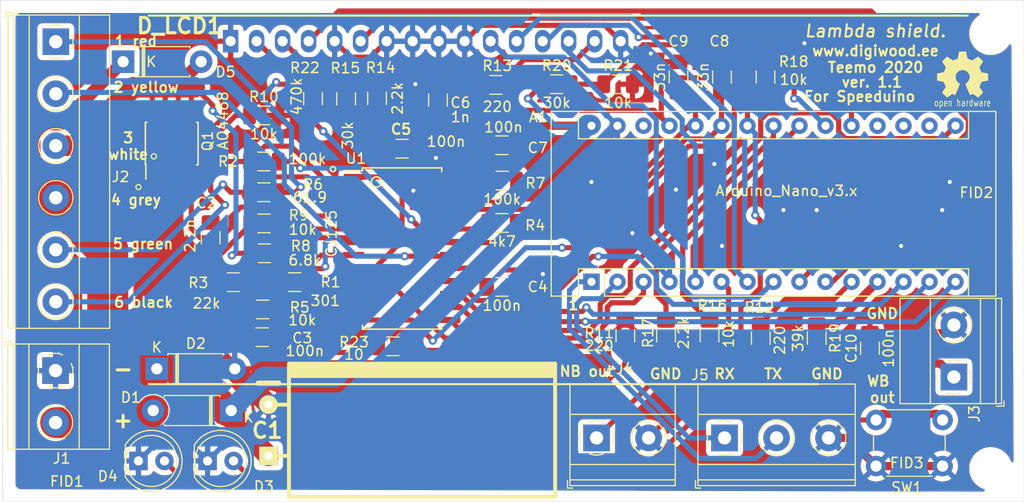
<source format=kicad_pcb>
(kicad_pcb (version 20200119) (host pcbnew "(5.99.0-1296-g952e7a5fb)")
  (title_block (title "Lambda shield") (date "2020-06-12") (rev "1.1") (company "www.digiwood.ee") (comment 1 "Koostanud:Teemo Vaas") (comment 2 "For Speeduino"))
  (layers (0 "F.Cu" signal) (31 "B.Cu" signal) (34 "B.Paste" user) (35 "F.Paste" user) (36 "B.SilkS" user) (37 "F.SilkS" user) (38 "B.Mask" user) (39 "F.Mask" user) (44 "Edge.Cuts" user))
  (net 0 "")
  (net 1 "SCK")
  (net 2 "MISO")
  (net 3 "Ubatt+")
  (net 4 "MOSI")
  (net 5 "GND")
  (net 6 "~SS")
  (net 7 "Net-(A1-Pad28)")
  (net 8 "+5V")
  (net 9 "Net-(A1-Pad11)")
  (net 10 "UA_ADC")
  (net 11 "LCD_RS")
  (net 12 "UR_ADC")
  (net 13 "LCD_E")
  (net 14 "LCD_D4")
  (net 15 "Net-(A1-Pad23)")
  (net 16 "LCD_D5")
  (net 17 "Net-(A1-Pad22)")
  (net 18 "LCD_D6")
  (net 19 "LCD_D7")
  (net 20 "Net-(A1-Pad19)")
  (net 21 "RESET")
  (net 22 "Net-(A1-Pad18)")
  (net 23 "RX")
  (net 24 "Net-(A1-Pad17)")
  (net 25 "TX")
  (net 26 "Net-(C2-Pad1)")
  (net 27 "Net-(C3-Pad2)")
  (net 28 "Net-(C3-Pad1)")
  (net 29 "Net-(C7-Pad1)")
  (net 30 "Net-(D3-Pad2)")
  (net 31 "Net-(D4-Pad2)")
  (net 32 "Net-(D_LCD1-Pad15)")
  (net 33 "Net-(D_LCD1-Pad3)")
  (net 34 "Net-(J2-Pad5)")
  (net 35 "Net-(J2-Pad2)")
  (net 36 "Net-(J2-Pad1)")
  (net 37 "Net-(J4-Pad1)")
  (net 38 "Net-(R1-Pad2)")
  (net 39 "Net-(R2-Pad1)")
  (net 40 "Net-(R3-Pad2)")
  (net 41 "Net-(R4-Pad2)")
  (net 42 "Net-(R5-Pad2)")
  (net 43 "Net-(R7-Pad1)")
  (net 44 "Net-(R8-Pad1)")
  (net 45 "Net-(R9-Pad1)")
  (net 46 "/batt+")
  (net 47 "Net-(D5-Pad2)")
  (net 48 "WB_DAC")
  (net 49 "SW_PUSH")
  (net 50 "Net-(A1-Pad6)")
  (net 51 "/Ubatt_ADC")
  (net 52 "/WB_out")
  (net 53 "Net-(Q1-Pad4)")
  (module "Resistor_SMD:R_1206_3216Metric" (layer "F.Cu") (at 109.6 93.8)
    (fp_text reference "R23" (at -3.8 -0.4) (layer "F.SilkS"))
    (fp_text value "10" (at -3.8 0.8) (layer "F.SilkS"))
    (pad "2" smd roundrect (at 1.4 0) (size 1.25 1.75) (layers "F.Cu" "F.Paste" "F.Mask") (roundrect_rratio 0.2) (net 50 "Net-(A1-Pad6)"))
    (pad "1" smd roundrect (at -1.4 0) (size 1.25 1.75) (layers "F.Cu" "F.Paste" "F.Mask") (roundrect_rratio 0.2) (net 53 "Net-(Q1-Pad4)"))
  )
  (module "Resistor_SMD:R_1206_3216Metric" (layer "F.Cu") (at 101.8 69.6 90)
    (fp_text reference "R22" (at 3 -0.8 180) (layer "F.SilkS"))
    (fp_text value "470k" (at 0.2 -1.6 90) (layer "F.SilkS"))
    (pad "2" smd roundrect (at 1.4 0 90) (size 1.25 1.75) (layers "F.Cu" "F.Paste" "F.Mask") (roundrect_rratio 0.2) (net 36 "Net-(J2-Pad1)"))
    (pad "1" smd roundrect (at -1.4 0 90) (size 1.25 1.75) (layers "F.Cu" "F.Paste" "F.Mask") (roundrect_rratio 0.2) (net 39 "Net-(R2-Pad1)"))
  )
  (module "Fiducial:Fiducial_1mm_Dia_2.54mm_Outer_CopperTop" (layer "F.Cu") (at 159.8 103.2)
    (fp_text reference "FID3" (at 0 2) (layer "F.SilkS"))
    (fp_text value "Fiducial_1mm_Dia_2.54mm_Outer_CopperTop")
    (pad "~" smd circle (at 0 0) (size 1 1) (layers "F.Cu" "F.Mask") (clearance 0.77))
  )
  (module "Resistor_SMD:R_1206_3216Metric" (layer "F.Cu") (at 131.6 68.2)
    (fp_text reference "R21" (at 0 -1.82) (layer "F.SilkS"))
    (fp_text value "10k" (at 0 1.82) (layer "F.SilkS"))
    (pad "2" smd roundrect (at 1.4 0) (size 1.25 1.75) (layers "F.Cu" "F.Paste" "F.Mask") (roundrect_rratio 0.2) (net 5 "GND"))
    (pad "1" smd roundrect (at -1.4 0) (size 1.25 1.75) (layers "F.Cu" "F.Paste" "F.Mask") (roundrect_rratio 0.2) (net 51 "/Ubatt_ADC"))
  )
  (module "Resistor_SMD:R_1206_3216Metric" (layer "F.Cu") (at 125.6 68.2)
    (fp_text reference "R20" (at 0 -1.82) (layer "F.SilkS"))
    (fp_text value "30k" (at 0 1.82) (layer "F.SilkS"))
    (pad "2" smd roundrect (at 1.4 0) (size 1.25 1.75) (layers "F.Cu" "F.Paste" "F.Mask") (roundrect_rratio 0.2) (net 51 "/Ubatt_ADC"))
    (pad "1" smd roundrect (at -1.4 0) (size 1.25 1.75) (layers "F.Cu" "F.Paste" "F.Mask") (roundrect_rratio 0.2) (net 3 "Ubatt+"))
  )
  (module "Resistor_SMD:R_1206_3216Metric" (layer "F.Cu") (at 151 93 -90)
    (fp_text reference "R19" (at 0 -1.82 90) (layer "F.SilkS"))
    (fp_text value "39k" (at 0 1.82 90) (layer "F.SilkS"))
    (pad "2" smd roundrect (at 1.4 0 270) (size 1.25 1.75) (layers "F.Cu" "F.Paste" "F.Mask") (roundrect_rratio 0.2) (net 52 "/WB_out"))
    (pad "1" smd roundrect (at -1.4 0 270) (size 1.25 1.75) (layers "F.Cu" "F.Paste" "F.Mask") (roundrect_rratio 0.2) (net 48 "WB_DAC"))
  )
  (module "TerminalBlock_Phoenix:TerminalBlock_Phoenix_MKDS-1,5-2-5.08_1x02_P5.08mm_Horizontal" (layer "F.Cu") (at 164.4 96.8 90)
    (fp_text reference "J3" (at -3.6 2 90) (layer "F.SilkS"))
    (fp_text value "Wideband out")
    (pad "2" thru_hole circle (at 5.08 0 90) (size 2.6 2.6) (drill 1.3) (layers *.Cu *.Mask) (net 5 "GND"))
    (pad "1" thru_hole rect (at 0 0 90) (size 2.6 2.6) (drill 1.3) (layers *.Cu *.Mask) (net 52 "/WB_out"))
  )
  (module "Capacitor_SMD:C_1206_3216Metric_Pad1.42x1.75mm_HandSolder" (layer "F.Cu") (at 156.2 94 90)
    (fp_text reference "C10" (at 0 -1.82 90) (layer "F.SilkS"))
    (fp_text value "100n" (at 0 1.82 90) (layer "F.SilkS"))
    (pad "2" smd roundrect (at 1.4875 0 90) (size 1.425 1.75) (layers "F.Cu" "F.Paste" "F.Mask") (roundrect_rratio 0.175439) (net 5 "GND"))
    (pad "1" smd roundrect (at -1.4875 0 90) (size 1.425 1.75) (layers "F.Cu" "F.Paste" "F.Mask") (roundrect_rratio 0.175439) (net 52 "/WB_out"))
  )
  (module "Diode_THT:D_DO-41_SOD81_P7.62mm_Horizontal" (layer "F.Cu") (at 83.25 66)
    (fp_text reference "D5" (at 10 1) (layer "F.SilkS"))
    (fp_text value "1N4936")
    (fp_text user "K" (at 2.75 0) (layer "F.SilkS"))
    (pad "2" thru_hole oval (at 7.62 0) (size 2.2 2.2) (drill 1.1) (layers *.Cu *.Mask) (net 47 "Net-(D5-Pad2)"))
    (pad "1" thru_hole rect (at 0 0) (size 2.2 2.2) (drill 1.1) (layers *.Cu *.Mask) (net 3 "Ubatt+"))
  )
  (module "MountingHole:MountingHole_3.2mm_M3_ISO7380" (layer "F.Cu") (at 168 105.75)
    (fp_text reference "REF**" hide)
    (fp_text value "MountingHole_3.2mm_M3_ISO7380")
    (pad "1" np_thru_hole circle (at 0 0) (size 3.2 3.2) (drill 3.2) (layers *.Cu *.Mask))
  )
  (module "MountingHole:MountingHole_3.2mm_M3_ISO7380" (layer "F.Cu") (at 168 63.25)
    (fp_text reference "REF**" hide)
    (fp_text value "MountingHole_3.2mm_M3_ISO7380")
    (pad "1" np_thru_hole circle (at 0 0) (size 3.2 3.2) (drill 3.2) (layers *.Cu *.Mask))
  )
  (module "Fiducial:Fiducial_1mm_Dia_2.54mm_Outer_CopperTop" (layer "F.Cu") (at 166.6 76.8)
    (fp_text reference "FID2" (at 0 2) (layer "F.SilkS"))
    (fp_text value "Fiducial_1mm_Dia_2.54mm_Outer_CopperTop")
    (pad "~" smd circle (at 0 0) (size 1 1) (layers "F.Cu" "F.Mask") (clearance 0.77))
  )
  (module "Fiducial:Fiducial_1mm_Dia_2.54mm_Outer_CopperTop" (layer "F.Cu") (at 75 105.75)
    (fp_text reference "FID1" (at 2.75 1.25) (layer "F.SilkS"))
    (fp_text value "Fiducial_1mm_Dia_2.54mm_Outer_CopperTop")
    (pad "~" smd circle (at 0 0) (size 1 1) (layers "F.Cu" "F.Mask") (clearance 0.77))
  )
  (module "w_logo:Logo_silk_OSHW_6x6mm" (layer "F.Cu") (at 165.25 67.25)
    (fp_text reference "G***" hide)
    (fp_text value "LOGO" hide)
  )
  (module "Teemo_display:lcd_16x2_for_TBMAX_charger" (layer "F.Cu") (at 125.75 79.5)
    (fp_text reference "D_LCD1" (at -37 -17) (layer "F.SilkS") (effects (font (size 1.5 1.5) (thickness 0.3))))
    (fp_text value "DISPLAY_HD44780")
    (pad "16" thru_hole oval (at 6.1 -15.5) (size 1.5 2.2) (drill 1) (layers *.Cu *.Mask) (net 5 "GND"))
    (pad "15" thru_hole oval (at 3.56 -15.5) (size 1.5 2.2) (drill 1) (layers *.Cu *.Mask) (net 32 "Net-(D_LCD1-Pad15)"))
    (pad "14" thru_hole oval (at 1.02 -15.5) (size 1.5 2.2) (drill 1) (layers *.Cu *.Mask) (net 19 "LCD_D7"))
    (pad "13" thru_hole oval (at -1.52 -15.5) (size 1.5 2.2) (drill 1) (layers *.Cu *.Mask) (net 18 "LCD_D6"))
    (pad "12" thru_hole oval (at -4.06 -15.5) (size 1.5 2.2) (drill 1) (layers *.Cu *.Mask) (net 16 "LCD_D5"))
    (pad "11" thru_hole oval (at -6.6 -15.5) (size 1.5 2.2) (drill 1) (layers *.Cu *.Mask) (net 14 "LCD_D4"))
    (pad "10" thru_hole oval (at -9.14 -15.5) (size 1.5 2.2) (drill 1) (layers *.Cu *.Mask) (net 5 "GND"))
    (pad "9" thru_hole oval (at -11.68 -15.5) (size 1.5 2.2) (drill 1) (layers *.Cu *.Mask) (net 5 "GND"))
    (pad "8" thru_hole oval (at -14.22 -15.5) (size 1.5 2.2) (drill 1) (layers *.Cu *.Mask) (net 5 "GND"))
    (pad "7" thru_hole oval (at -16.76 -15.5) (size 1.5 2.2) (drill 1) (layers *.Cu *.Mask) (net 5 "GND"))
    (pad "6" thru_hole oval (at -19.3 -15.5) (size 1.5 2.2) (drill 1) (layers *.Cu *.Mask) (net 13 "LCD_E"))
    (pad "5" thru_hole oval (at -21.84 -15.5) (size 1.5 2.2) (drill 1) (layers *.Cu *.Mask) (net 5 "GND"))
    (pad "4" thru_hole oval (at -24.38 -15.5) (size 1.5 2.2) (drill 1) (layers *.Cu *.Mask) (net 11 "LCD_RS"))
    (pad "3" thru_hole oval (at -26.92 -15.5) (size 1.5 2.2) (drill 1) (layers *.Cu *.Mask) (net 33 "Net-(D_LCD1-Pad3)"))
    (pad "2" thru_hole oval (at -29.46 -15.5) (size 1.5 2.2) (drill 1) (layers *.Cu *.Mask) (net 8 "+5V"))
    (pad "1" thru_hole rect (at -32 -15.5) (size 1.5 2.2) (drill 1) (layers *.Cu *.Mask) (net 5 "GND"))
  )
  (module "Package_SO:SOIC-24W_7.5x15.4mm_P1.27mm" (layer "F.Cu") (at 110.5 84.25)
    (fp_text reference "U1" (at -4.5 -8.8) (layer "F.SilkS"))
    (fp_text value "CJ125" (at -6.9 -1.45 90) (layer "F.SilkS"))
    (pad "24" smd rect (at 4.7 -6.985) (size 2 0.6) (layers "F.Cu" "F.Paste" "F.Mask") (net 5 "GND"))
    (pad "23" smd rect (at 4.7 -5.715) (size 2 0.6) (layers "F.Cu" "F.Paste" "F.Mask") (net 43 "Net-(R7-Pad1)"))
    (pad "22" smd rect (at 4.7 -4.445) (size 2 0.6) (layers "F.Cu" "F.Paste" "F.Mask") (net 29 "Net-(C7-Pad1)"))
    (pad "21" smd rect (at 4.7 -3.175) (size 2 0.6) (layers "F.Cu" "F.Paste" "F.Mask") (net 10 "UA_ADC"))
    (pad "20" smd rect (at 4.7 -1.905) (size 2 0.6) (layers "F.Cu" "F.Paste" "F.Mask") (net 39 "Net-(R2-Pad1)"))
    (pad "19" smd rect (at 4.7 -0.635) (size 2 0.6) (layers "F.Cu" "F.Paste" "F.Mask") (net 41 "Net-(R4-Pad2)"))
    (pad "18" smd rect (at 4.7 0.635) (size 2 0.6) (layers "F.Cu" "F.Paste" "F.Mask") (net 35 "Net-(J2-Pad2)"))
    (pad "17" smd rect (at 4.7 1.905) (size 2 0.6) (layers "F.Cu" "F.Paste" "F.Mask") (net 8 "+5V"))
    (pad "16" smd rect (at 4.7 3.175) (size 2 0.6) (layers "F.Cu" "F.Paste" "F.Mask") (net 6 "~SS"))
    (pad "15" smd rect (at 4.7 4.445) (size 2 0.6) (layers "F.Cu" "F.Paste" "F.Mask") (net 4 "MOSI"))
    (pad "14" smd rect (at 4.7 5.715) (size 2 0.6) (layers "F.Cu" "F.Paste" "F.Mask") (net 2 "MISO"))
    (pad "13" smd rect (at 4.7 6.985) (size 2 0.6) (layers "F.Cu" "F.Paste" "F.Mask") (net 1 "SCK"))
    (pad "12" smd rect (at -4.7 6.985) (size 2 0.6) (layers "F.Cu" "F.Paste" "F.Mask") (net 12 "UR_ADC"))
    (pad "11" smd rect (at -4.7 5.715) (size 2 0.6) (layers "F.Cu" "F.Paste" "F.Mask") (net 27 "Net-(C3-Pad2)"))
    (pad "10" smd rect (at -4.7 4.445) (size 2 0.6) (layers "F.Cu" "F.Paste" "F.Mask") (net 42 "Net-(R5-Pad2)"))
    (pad "9" smd rect (at -4.7 3.175) (size 2 0.6) (layers "F.Cu" "F.Paste" "F.Mask") (net 38 "Net-(R1-Pad2)"))
    (pad "8" smd rect (at -4.7 1.905) (size 2 0.6) (layers "F.Cu" "F.Paste" "F.Mask") (net 21 "RESET"))
    (pad "7" smd rect (at -4.7 0.635) (size 2 0.6) (layers "F.Cu" "F.Paste" "F.Mask") (net 44 "Net-(R8-Pad1)"))
    (pad "6" smd rect (at -4.7 -0.635) (size 2 0.6) (layers "F.Cu" "F.Paste" "F.Mask") (net 53 "Net-(Q1-Pad4)"))
    (pad "5" smd rect (at -4.7 -1.905) (size 2 0.6) (layers "F.Cu" "F.Paste" "F.Mask") (net 45 "Net-(R9-Pad1)"))
    (pad "4" smd rect (at -4.7 -3.175) (size 2 0.6) (layers "F.Cu" "F.Paste" "F.Mask") (net 36 "Net-(J2-Pad1)"))
    (pad "3" smd rect (at -4.7 -4.445) (size 2 0.6) (layers "F.Cu" "F.Paste" "F.Mask") (net 34 "Net-(J2-Pad5)"))
    (pad "2" smd rect (at -4.7 -5.715) (size 2 0.6) (layers "F.Cu" "F.Paste" "F.Mask") (net 26 "Net-(C2-Pad1)"))
    (pad "1" smd rect (at -4.7 -6.985) (size 2 0.6) (layers "F.Cu" "F.Paste" "F.Mask") (net 3 "Ubatt+"))
  )
  (module "Button_Switch_THT:SW_PUSH_6mm_H7.3mm" (layer "F.Cu") (at 156.8 101)
    (fp_text reference "SW1" (at 3 6.6) (layer "F.SilkS"))
    (fp_text value "SW_Push")
    (pad "1" thru_hole circle (at 6.5 0 90) (size 2 2) (drill 1.1) (layers *.Cu *.Mask) (net 49 "SW_PUSH"))
    (pad "2" thru_hole circle (at 6.5 4.5 90) (size 2 2) (drill 1.1) (layers *.Cu *.Mask) (net 5 "GND"))
    (pad "1" thru_hole circle (at 0 0 90) (size 2 2) (drill 1.1) (layers *.Cu *.Mask) (net 49 "SW_PUSH"))
    (pad "2" thru_hole circle (at 0 4.5 90) (size 2 2) (drill 1.1) (layers *.Cu *.Mask) (net 5 "GND"))
  )
  (module "Resistor_SMD:R_1206_3216Metric" (layer "F.Cu") (at 146 67.5 -90)
    (fp_text reference "R18" (at -1.5 -2.75 180) (layer "F.SilkS"))
    (fp_text value "10k" (at 0.25 -2.75 180) (layer "F.SilkS"))
    (pad "2" smd roundrect (at 1.4 0 270) (size 1.25 1.75) (layers "F.Cu" "F.Paste" "F.Mask") (roundrect_rratio 0.2) (net 49 "SW_PUSH"))
    (pad "1" smd roundrect (at -1.4 0 270) (size 1.25 1.75) (layers "F.Cu" "F.Paste" "F.Mask") (roundrect_rratio 0.2) (net 8 "+5V"))
  )
  (module "Resistor_SMD:R_1206_3216Metric" (layer "F.Cu") (at 136.281613 92.766177 -90)
    (fp_text reference "R17" (at -0.25 1.75 90) (layer "F.SilkS"))
    (fp_text value "2.2k" (at -0.266177 -1.718387 90) (layer "F.SilkS"))
    (pad "2" smd roundrect (at 1.4 0 270) (size 1.25 1.75) (layers "F.Cu" "F.Paste" "F.Mask") (roundrect_rratio 0.2) (net 37 "Net-(J4-Pad1)"))
    (pad "1" smd roundrect (at -1.4 0 270) (size 1.25 1.75) (layers "F.Cu" "F.Paste" "F.Mask") (roundrect_rratio 0.2) (net 15 "Net-(A1-Pad23)"))
  )
  (module "Resistor_SMD:R_1206_3216Metric" (layer "F.Cu") (at 140.532008 92.758138 -90)
    (fp_text reference "R16" (at -2.958138 -0.267992 180) (layer "F.SilkS"))
    (fp_text value "10k" (at -0.158138 -1.867992 90) (layer "F.SilkS"))
    (pad "2" smd roundrect (at 1.4 0 270) (size 1.25 1.75) (layers "F.Cu" "F.Paste" "F.Mask") (roundrect_rratio 0.2) (net 37 "Net-(J4-Pad1)"))
    (pad "1" smd roundrect (at -1.4 0 270) (size 1.25 1.75) (layers "F.Cu" "F.Paste" "F.Mask") (roundrect_rratio 0.2) (net 17 "Net-(A1-Pad22)"))
  )
  (module "Resistor_SMD:R_1206_3216Metric" (layer "F.Cu") (at 105.036938 69.628922 -90)
    (fp_text reference "R15" (at -3 0.080914 180) (layer "F.SilkS"))
    (fp_text value "30k" (at 3.571078 -0.163062 90) (layer "F.SilkS"))
    (pad "2" smd roundrect (at 1.4 0 270) (size 1.25 1.75) (layers "F.Cu" "F.Paste" "F.Mask") (roundrect_rratio 0.2) (net 8 "+5V"))
    (pad "1" smd roundrect (at -1.4 0 270) (size 1.25 1.75) (layers "F.Cu" "F.Paste" "F.Mask") (roundrect_rratio 0.2) (net 33 "Net-(D_LCD1-Pad3)"))
  )
  (module "Resistor_SMD:R_1206_3216Metric" (layer "F.Cu") (at 108.054366 69.583126 90)
    (fp_text reference "R14" (at 3 0.345634 180) (layer "F.SilkS"))
    (fp_text value "2.2k" (at 0 2 270) (layer "F.SilkS"))
    (pad "2" smd roundrect (at 1.4 0 90) (size 1.25 1.75) (layers "F.Cu" "F.Paste" "F.Mask") (roundrect_rratio 0.2) (net 33 "Net-(D_LCD1-Pad3)"))
    (pad "1" smd roundrect (at -1.4 0 90) (size 1.25 1.75) (layers "F.Cu" "F.Paste" "F.Mask") (roundrect_rratio 0.2) (net 5 "GND"))
  )
  (module "Resistor_SMD:R_1206_3216Metric" (layer "F.Cu") (at 119.660657 68.264327)
    (fp_text reference "R13" (at 0.139343 -1.864327) (layer "F.SilkS"))
    (fp_text value "220" (at 0.139343 2.135673) (layer "F.SilkS"))
    (pad "2" smd roundrect (at 1.4 0) (size 1.25 1.75) (layers "F.Cu" "F.Paste" "F.Mask") (roundrect_rratio 0.2) (net 32 "Net-(D_LCD1-Pad15)"))
    (pad "1" smd roundrect (at -1.4 0) (size 1.25 1.75) (layers "F.Cu" "F.Paste" "F.Mask") (roundrect_rratio 0.2) (net 8 "+5V"))
  )
  (module "Resistor_SMD:R_1206_3216Metric" (layer "F.Cu") (at 145.536596 93.003575 -90)
    (fp_text reference "R12" (at -3.003575 0.136596 180) (layer "F.SilkS"))
    (fp_text value "220" (at 0.196425 -1.863404 90) (layer "F.SilkS"))
    (pad "2" smd roundrect (at 1.4 0 270) (size 1.25 1.75) (layers "F.Cu" "F.Paste" "F.Mask") (roundrect_rratio 0.2) (net 31 "Net-(D4-Pad2)"))
    (pad "1" smd roundrect (at -1.4 0 270) (size 1.25 1.75) (layers "F.Cu" "F.Paste" "F.Mask") (roundrect_rratio 0.2) (net 9 "Net-(A1-Pad11)"))
  )
  (module "Resistor_SMD:R_1206_3216Metric" (layer "F.Cu") (at 132.308368 92.761928 -90)
    (fp_text reference "R11" (at -0.261928 2.558368) (layer "F.SilkS"))
    (fp_text value "220" (at 0.988072 2.558368 180) (layer "F.SilkS"))
    (pad "2" smd roundrect (at 1.4 0 270) (size 1.25 1.75) (layers "F.Cu" "F.Paste" "F.Mask") (roundrect_rratio 0.2) (net 30 "Net-(D3-Pad2)"))
    (pad "1" smd roundrect (at -1.4 0 270) (size 1.25 1.75) (layers "F.Cu" "F.Paste" "F.Mask") (roundrect_rratio 0.2) (net 50 "Net-(A1-Pad6)"))
  )
  (module "Resistor_SMD:R_1206_3216Metric" (layer "F.Cu") (at 97 71.25)
    (fp_text reference "R10" (at 0 -1.82) (layer "F.SilkS"))
    (fp_text value "10k" (at 0 1.82) (layer "F.SilkS"))
    (pad "2" smd roundrect (at 1.4 0) (size 1.25 1.75) (layers "F.Cu" "F.Paste" "F.Mask") (roundrect_rratio 0.2) (net 5 "GND"))
    (pad "1" smd roundrect (at -1.4 0) (size 1.25 1.75) (layers "F.Cu" "F.Paste" "F.Mask") (roundrect_rratio 0.2) (net 53 "Net-(Q1-Pad4)"))
  )
  (module "Resistor_SMD:R_1206_3216Metric" (layer "F.Cu") (at 97.015068 81.799354 180)
    (fp_text reference "R9" (at -3.384932 0.799354) (layer "F.SilkS"))
    (fp_text value "10k" (at -3.784932 -0.600646) (layer "F.SilkS"))
    (pad "2" smd roundrect (at 1.4 0 180) (size 1.25 1.75) (layers "F.Cu" "F.Paste" "F.Mask") (roundrect_rratio 0.2) (net 5 "GND"))
    (pad "1" smd roundrect (at -1.4 0 180) (size 1.25 1.75) (layers "F.Cu" "F.Paste" "F.Mask") (roundrect_rratio 0.2) (net 45 "Net-(R9-Pad1)"))
  )
  (module "Resistor_SMD:R_1206_3216Metric" (layer "F.Cu") (at 97.05187 84.715751 180)
    (fp_text reference "R8" (at -3.54813 0.715751) (layer "F.SilkS"))
    (fp_text value "6.8k" (at -3.94813 -0.684249) (layer "F.SilkS"))
    (pad "2" smd roundrect (at 1.4 0 180) (size 1.25 1.75) (layers "F.Cu" "F.Paste" "F.Mask") (roundrect_rratio 0.2) (net 47 "Net-(D5-Pad2)"))
    (pad "1" smd roundrect (at -1.4 0 180) (size 1.25 1.75) (layers "F.Cu" "F.Paste" "F.Mask") (roundrect_rratio 0.2) (net 44 "Net-(R8-Pad1)"))
  )
  (module "Resistor_SMD:R_1206_3216Metric" (layer "F.Cu") (at 120.276691 77.61638)
    (fp_text reference "R7" (at 3.25 0.25) (layer "F.SilkS"))
    (fp_text value "100k" (at 0 1.82) (layer "F.SilkS"))
    (pad "2" smd roundrect (at 1.4 0) (size 1.25 1.75) (layers "F.Cu" "F.Paste" "F.Mask") (roundrect_rratio 0.2) (net 29 "Net-(C7-Pad1)"))
    (pad "1" smd roundrect (at -1.4 0) (size 1.25 1.75) (layers "F.Cu" "F.Paste" "F.Mask") (roundrect_rratio 0.2) (net 43 "Net-(R7-Pad1)"))
  )
  (module "Resistor_SMD:R_1206_3216Metric" (layer "F.Cu") (at 97 78.752972)
    (fp_text reference "R6" (at 4.8 -0.752972) (layer "F.SilkS"))
    (fp_text value "61.9" (at 4.5 0.497028) (layer "F.SilkS"))
    (pad "2" smd roundrect (at 1.4 0) (size 1.25 1.75) (layers "F.Cu" "F.Paste" "F.Mask") (roundrect_rratio 0.2) (net 36 "Net-(J2-Pad1)"))
    (pad "1" smd roundrect (at -1.4 0) (size 1.25 1.75) (layers "F.Cu" "F.Paste" "F.Mask") (roundrect_rratio 0.2) (net 34 "Net-(J2-Pad5)"))
  )
  (module "Resistor_SMD:R_1206_3216Metric" (layer "F.Cu") (at 96.8894 90.19944)
    (fp_text reference "R5" (at 3.6106 -0.197943) (layer "F.SilkS"))
    (fp_text value "10k" (at 3.8606 1.05056) (layer "F.SilkS"))
    (pad "2" smd roundrect (at 1.4 0) (size 1.25 1.75) (layers "F.Cu" "F.Paste" "F.Mask") (roundrect_rratio 0.2) (net 42 "Net-(R5-Pad2)"))
    (pad "1" smd roundrect (at -1.4 0) (size 1.25 1.75) (layers "F.Cu" "F.Paste" "F.Mask") (roundrect_rratio 0.2) (net 40 "Net-(R3-Pad2)"))
  )
  (module "Resistor_SMD:R_1206_3216Metric" (layer "F.Cu") (at 120.25 81.75)
    (fp_text reference "R4" (at 3.25 0.25) (layer "F.SilkS"))
    (fp_text value "4k7" (at 0 1.82) (layer "F.SilkS"))
    (pad "2" smd roundrect (at 1.4 0) (size 1.25 1.75) (layers "F.Cu" "F.Paste" "F.Mask") (roundrect_rratio 0.2) (net 41 "Net-(R4-Pad2)"))
    (pad "1" smd roundrect (at -1.4 0) (size 1.25 1.75) (layers "F.Cu" "F.Paste" "F.Mask") (roundrect_rratio 0.2) (net 39 "Net-(R2-Pad1)"))
  )
  (module "Resistor_SMD:R_1206_3216Metric" (layer "F.Cu") (at 94.009242 87.542399)
    (fp_text reference "R3" (at -3.409242 0.057601) (layer "F.SilkS"))
    (fp_text value "22k" (at -2.609242 2.057601) (layer "F.SilkS"))
    (pad "2" smd roundrect (at 1.4 0) (size 1.25 1.75) (layers "F.Cu" "F.Paste" "F.Mask") (roundrect_rratio 0.2) (net 40 "Net-(R3-Pad2)"))
    (pad "1" smd roundrect (at -1.4 0) (size 1.25 1.75) (layers "F.Cu" "F.Paste" "F.Mask") (roundrect_rratio 0.2) (net 28 "Net-(C3-Pad1)"))
  )
  (module "Resistor_SMD:R_1206_3216Metric" (layer "F.Cu") (at 97 75.750001 180)
    (fp_text reference "R2" (at 3.5 0) (layer "F.SilkS"))
    (fp_text value "100k" (at -4.25 0.250001) (layer "F.SilkS"))
    (pad "2" smd roundrect (at 1.4 0 180) (size 1.25 1.75) (layers "F.Cu" "F.Paste" "F.Mask") (roundrect_rratio 0.2) (net 26 "Net-(C2-Pad1)"))
    (pad "1" smd roundrect (at -1.4 0 180) (size 1.25 1.75) (layers "F.Cu" "F.Paste" "F.Mask") (roundrect_rratio 0.2) (net 39 "Net-(R2-Pad1)"))
  )
  (module "Resistor_SMD:R_1206_3216Metric" (layer "F.Cu") (at 100.015894 87.53486)
    (fp_text reference "R1" (at 3.5 0) (layer "F.SilkS"))
    (fp_text value "301" (at 2.984106 1.82) (layer "F.SilkS"))
    (pad "2" smd roundrect (at 1.4 0) (size 1.25 1.75) (layers "F.Cu" "F.Paste" "F.Mask") (roundrect_rratio 0.2) (net 38 "Net-(R1-Pad2)"))
    (pad "1" smd roundrect (at -1.4 0) (size 1.25 1.75) (layers "F.Cu" "F.Paste" "F.Mask") (roundrect_rratio 0.2) (net 35 "Net-(J2-Pad2)"))
  )
  (module "Package_SO:SOIC-8_3.9x4.9mm_P1.27mm" (layer "F.Cu") (at 88 74 90)
    (fp_text reference "Q1" (at 0.25 3.5 90) (layer "F.SilkS"))
    (fp_text value "AO4468" (at 2.25 5 270) (layer "F.SilkS"))
    (pad "8" smd rect (at 2.7 -1.905 90) (size 1.55 0.6) (layers "F.Cu" "F.Paste" "F.Mask") (net 47 "Net-(D5-Pad2)"))
    (pad "7" smd rect (at 2.7 -0.635 90) (size 1.55 0.6) (layers "F.Cu" "F.Paste" "F.Mask") (net 47 "Net-(D5-Pad2)"))
    (pad "6" smd rect (at 2.7 0.635 90) (size 1.55 0.6) (layers "F.Cu" "F.Paste" "F.Mask") (net 47 "Net-(D5-Pad2)"))
    (pad "5" smd rect (at 2.7 1.905 90) (size 1.55 0.6) (layers "F.Cu" "F.Paste" "F.Mask") (net 47 "Net-(D5-Pad2)"))
    (pad "4" smd rect (at -2.7 1.905 90) (size 1.55 0.6) (layers "F.Cu" "F.Paste" "F.Mask") (net 53 "Net-(Q1-Pad4)"))
    (pad "3" smd rect (at -2.7 0.635 90) (size 1.55 0.6) (layers "F.Cu" "F.Paste" "F.Mask") (net 5 "GND"))
    (pad "2" smd rect (at -2.7 -0.635 90) (size 1.55 0.6) (layers "F.Cu" "F.Paste" "F.Mask") (net 5 "GND"))
    (pad "1" smd rect (at -2.7 -1.905 90) (size 1.55 0.6) (layers "F.Cu" "F.Paste" "F.Mask") (net 5 "GND"))
  )
  (module "TerminalBlock_Phoenix:TerminalBlock_Phoenix_MKDS-1,5-3-5.08_1x03_P5.08mm_Horizontal" (layer "F.Cu") (at 142 102.75)
    (fp_text reference "J5" (at -2.4 -6.15) (layer "F.SilkS"))
    (fp_text value "UART")
    (pad "3" thru_hole circle (at 10.16 0) (size 2.6 2.6) (drill 1.3) (layers *.Cu *.Mask) (net 5 "GND"))
    (pad "2" thru_hole circle (at 5.08 0) (size 2.6 2.6) (drill 1.3) (layers *.Cu *.Mask) (net 25 "TX"))
    (pad "1" thru_hole rect (at 0 0) (size 2.6 2.6) (drill 1.3) (layers *.Cu *.Mask) (net 23 "RX"))
  )
  (module "TerminalBlock_Phoenix:TerminalBlock_Phoenix_MKDS-1,5-2-5.08_1x02_P5.08mm_Horizontal" (layer "F.Cu") (at 129.5 102.75)
    (fp_text reference "J4" (at 2.75 -6.75) (layer "F.SilkS"))
    (fp_text value "NarrowB out")
    (pad "2" thru_hole circle (at 5.08 0) (size 2.6 2.6) (drill 1.3) (layers *.Cu *.Mask) (net 5 "GND"))
    (pad "1" thru_hole rect (at 0 0) (size 2.6 2.6) (drill 1.3) (layers *.Cu *.Mask) (net 37 "Net-(J4-Pad1)"))
  )
  (module "TerminalBlock_Phoenix:TerminalBlock_Phoenix_MKDS-1,5-6-5.08_1x06_P5.08mm_Horizontal" (layer "F.Cu") (at 76.675 64.05 -90)
    (fp_text reference "J2" (at 13.2 -6.325 180) (layer "F.SilkS"))
    (fp_text value "LSU4.9")
    (pad "6" thru_hole circle (at 25.4 0 270) (size 2.6 2.6) (drill 1.3) (layers *.Cu *.Mask) (net 26 "Net-(C2-Pad1)"))
    (pad "5" thru_hole circle (at 20.32 0 270) (size 2.6 2.6) (drill 1.3) (layers *.Cu *.Mask) (net 34 "Net-(J2-Pad5)"))
    (pad "4" thru_hole circle (at 15.24 0 270) (size 2.6 2.6) (drill 1.3) (layers *.Cu *.Mask) (net 3 "Ubatt+"))
    (pad "3" thru_hole circle (at 10.16 0 270) (size 2.6 2.6) (drill 1.3) (layers *.Cu *.Mask) (net 47 "Net-(D5-Pad2)"))
    (pad "2" thru_hole circle (at 5.08 0 270) (size 2.6 2.6) (drill 1.3) (layers *.Cu *.Mask) (net 35 "Net-(J2-Pad2)"))
    (pad "1" thru_hole rect (at 0 0 270) (size 2.6 2.6) (drill 1.3) (layers *.Cu *.Mask) (net 36 "Net-(J2-Pad1)"))
  )
  (module "TerminalBlock_Phoenix:TerminalBlock_Phoenix_MKDS-1,5-2-5.08_1x02_P5.08mm_Horizontal" (layer "F.Cu") (at 76.65 96.175 -90)
    (fp_text reference "J1" (at 8.575 -0.6 180) (layer "F.SilkS"))
    (fp_text value "Power")
    (pad "2" thru_hole circle (at 5.08 0 270) (size 2.6 2.6) (drill 1.3) (layers *.Cu *.Mask) (net 46 "/batt+"))
    (pad "1" thru_hole rect (at 0 0 270) (size 2.6 2.6) (drill 1.3) (layers *.Cu *.Mask) (net 5 "GND"))
  )
  (module "LED_THT:LED_D5.0mm" (layer "F.Cu") (at 84.75 105)
    (fp_text reference "D4" (at -3 1.5) (layer "F.SilkS"))
    (fp_text value "LED")
    (pad "2" thru_hole circle (at 2.54 0) (size 1.8 1.8) (drill 0.9) (layers *.Cu *.Mask) (net 31 "Net-(D4-Pad2)"))
    (pad "1" thru_hole rect (at 0 0) (size 1.8 1.8) (drill 0.9) (layers *.Cu *.Mask) (net 5 "GND"))
  )
  (module "LED_THT:LED_D5.0mm" (layer "F.Cu") (at 91.5 105)
    (fp_text reference "D3" (at 5.5 2.5) (layer "F.SilkS"))
    (fp_text value "LED")
    (pad "2" thru_hole circle (at 2.54 0) (size 1.8 1.8) (drill 0.9) (layers *.Cu *.Mask) (net 30 "Net-(D3-Pad2)"))
    (pad "1" thru_hole rect (at 0 0) (size 1.8 1.8) (drill 0.9) (layers *.Cu *.Mask) (net 5 "GND"))
  )
  (module "Diode_THT:D_DO-41_SOD81_P7.62mm_Horizontal" (layer "F.Cu") (at 86.540047 96)
    (fp_text reference "D2" (at 3.81 -2.47) (layer "F.SilkS"))
    (fp_text value "20V Zener")
    (fp_text user "K" (at 0 -2.1) (layer "F.SilkS"))
    (pad "2" thru_hole oval (at 7.62 0) (size 2.2 2.2) (drill 1.1) (layers *.Cu *.Mask) (net 5 "GND"))
    (pad "1" thru_hole rect (at 0 0) (size 2.2 2.2) (drill 1.1) (layers *.Cu *.Mask) (net 3 "Ubatt+"))
  )
  (module "Diode_THT:D_DO-41_SOD81_P7.62mm_Horizontal" (layer "F.Cu") (at 93.807349 100.07471 180)
    (fp_text reference "D1" (at 9.807349 1.27471) (layer "F.SilkS"))
    (fp_text value "1N4936")
    (fp_text user "K" (at -1.692651 -0.67529) (layer "F.SilkS"))
    (pad "2" thru_hole oval (at 7.62 0 180) (size 2.2 2.2) (drill 1.1) (layers *.Cu *.Mask) (net 46 "/batt+"))
    (pad "1" thru_hole rect (at 0 0 180) (size 2.2 2.2) (drill 1.1) (layers *.Cu *.Mask) (net 3 "Ubatt+"))
  )
  (module "Capacitor_SMD:C_1206_3216Metric_Pad1.42x1.75mm_HandSolder" (layer "F.Cu") (at 137.5 67.5 -90)
    (fp_text reference "C9" (at -3.5 0 180) (layer "F.SilkS"))
    (fp_text value "33n" (at 0 1.82 90) (layer "F.SilkS"))
    (pad "2" smd roundrect (at 1.4875 0 270) (size 1.425 1.75) (layers "F.Cu" "F.Paste" "F.Mask") (roundrect_rratio 0.1754385964912281) (net 10 "UA_ADC"))
    (pad "1" smd roundrect (at -1.4875 0 270) (size 1.425 1.75) (layers "F.Cu" "F.Paste" "F.Mask") (roundrect_rratio 0.1754385964912281) (net 5 "GND"))
  )
  (module "Capacitor_SMD:C_1206_3216Metric_Pad1.42x1.75mm_HandSolder" (layer "F.Cu") (at 141.75 67.5 -90)
    (fp_text reference "C8" (at -3.5 0.25 180) (layer "F.SilkS"))
    (fp_text value "33n" (at 0 1.82 90) (layer "F.SilkS"))
    (pad "2" smd roundrect (at 1.4875 0 270) (size 1.425 1.75) (layers "F.Cu" "F.Paste" "F.Mask") (roundrect_rratio 0.1754385964912281) (net 12 "UR_ADC"))
    (pad "1" smd roundrect (at -1.4875 0 270) (size 1.425 1.75) (layers "F.Cu" "F.Paste" "F.Mask") (roundrect_rratio 0.1754385964912281) (net 5 "GND"))
  )
  (module "Capacitor_SMD:C_1206_3216Metric_Pad1.42x1.75mm_HandSolder" (layer "F.Cu") (at 120.25 74.162263)
    (fp_text reference "C7" (at 3.5 0.25) (layer "F.SilkS"))
    (fp_text value "100n" (at 0.15 -1.762263) (layer "F.SilkS"))
    (pad "2" smd roundrect (at 1.4875 0) (size 1.425 1.75) (layers "F.Cu" "F.Paste" "F.Mask") (roundrect_rratio 0.1754385964912281) (net 5 "GND"))
    (pad "1" smd roundrect (at -1.4875 0) (size 1.425 1.75) (layers "F.Cu" "F.Paste" "F.Mask") (roundrect_rratio 0.1754385964912281) (net 29 "Net-(C7-Pad1)"))
  )
  (module "Capacitor_SMD:C_1206_3216Metric_Pad1.42x1.75mm_HandSolder" (layer "F.Cu") (at 114 69.75 90)
    (fp_text reference "C6" (at -0.25 2.2 180) (layer "F.SilkS"))
    (fp_text value "1n" (at -1.65 2.2 180) (layer "F.SilkS"))
    (pad "2" smd roundrect (at 1.4875 0 90) (size 1.425 1.75) (layers "F.Cu" "F.Paste" "F.Mask") (roundrect_rratio 0.1754385964912281) (net 5 "GND"))
    (pad "1" smd roundrect (at -1.4875 0 90) (size 1.425 1.75) (layers "F.Cu" "F.Paste" "F.Mask") (roundrect_rratio 0.1754385964912281) (net 21 "RESET"))
  )
  (module "Capacitor_SMD:C_1206_3216Metric_Pad1.42x1.75mm_HandSolder" (layer "F.Cu") (at 110.5 74.5)
    (fp_text reference "C5" (at -0.1 -1.9) (layer "F.SilkS") (effects (font (thickness 0.2))))
    (fp_text value "100n" (at 4.3 -0.7) (layer "F.SilkS"))
    (pad "2" smd roundrect (at 1.4875 0) (size 1.425 1.75) (layers "F.Cu" "F.Paste" "F.Mask") (roundrect_rratio 0.1754385964912281) (net 5 "GND"))
    (pad "1" smd roundrect (at -1.4875 0) (size 1.425 1.75) (layers "F.Cu" "F.Paste" "F.Mask") (roundrect_rratio 0.1754385964912281) (net 3 "Ubatt+"))
  )
  (module "Capacitor_SMD:C_1206_3216Metric_Pad1.42x1.75mm_HandSolder" (layer "F.Cu") (at 120.25 88)
    (fp_text reference "C4" (at 3.5 0) (layer "F.SilkS"))
    (fp_text value "100n" (at 0 1.82) (layer "F.SilkS"))
    (pad "2" smd roundrect (at 1.4875 0) (size 1.425 1.75) (layers "F.Cu" "F.Paste" "F.Mask") (roundrect_rratio 0.1754385964912281) (net 5 "GND"))
    (pad "1" smd roundrect (at -1.4875 0) (size 1.425 1.75) (layers "F.Cu" "F.Paste" "F.Mask") (roundrect_rratio 0.1754385964912281) (net 8 "+5V"))
  )
  (module "Capacitor_SMD:C_1206_3216Metric_Pad1.42x1.75mm_HandSolder" (layer "F.Cu") (at 96.832562 92.909523)
    (fp_text reference "C3" (at 3.917438 0.090477) (layer "F.SilkS"))
    (fp_text value "100n" (at 4.167438 1.340477) (layer "F.SilkS"))
    (pad "2" smd roundrect (at 1.4875 0) (size 1.425 1.75) (layers "F.Cu" "F.Paste" "F.Mask") (roundrect_rratio 0.1754385964912281) (net 27 "Net-(C3-Pad2)"))
    (pad "1" smd roundrect (at -1.4875 0) (size 1.425 1.75) (layers "F.Cu" "F.Paste" "F.Mask") (roundrect_rratio 0.1754385964912281) (net 28 "Net-(C3-Pad1)"))
  )
  (module "Capacitor_SMD:C_1206_3216Metric_Pad1.42x1.75mm_HandSolder" (layer "F.Cu") (at 91.8 83.2 -90)
    (fp_text reference "C2" (at -3.4 0.4 180) (layer "F.SilkS"))
    (fp_text value "2.2n" (at -0.2 2 90) (layer "F.SilkS"))
    (pad "2" smd roundrect (at 1.4875 0 270) (size 1.425 1.75) (layers "F.Cu" "F.Paste" "F.Mask") (roundrect_rratio 0.1754385964912281) (net 5 "GND"))
    (pad "1" smd roundrect (at -1.4875 0 270) (size 1.425 1.75) (layers "F.Cu" "F.Paste" "F.Mask") (roundrect_rratio 0.1754385964912281) (net 26 "Net-(C2-Pad1)"))
  )
  (module "w_capacitors:CP_12.5x25mm_hor" (layer "F.Cu") (at 111.25 102)
    (fp_text reference "C1" (at -13.925 0.025) (layer "F.SilkS") (effects (font (size 1.5 1.5) (thickness 0.3))))
    (fp_text value "1000uF 35V" hide)
    (pad "2" thru_hole circle (at -13.8 -2.5) (size 1.8 1.8) (drill 0.8) (layers *.Cu *.Mask "F.SilkS") (net 5 "GND"))
    (pad "1" thru_hole rect (at -13.8 2.5) (size 1.8 1.8) (drill 0.8) (layers *.Cu *.Mask "F.SilkS") (net 3 "Ubatt+"))
  )
  (module "Module:Arduino_Nano" (layer "F.Cu") (at 129 87.5 90)
    (fp_text reference "A1" (at 16.1 -5.2 180) (layer "F.SilkS"))
    (fp_text value "Arduino_Nano_v3.x" (at 8.89 19.05) (layer "F.SilkS"))
    (pad "16" thru_hole oval (at 15.24 35.56 90) (size 1.6 1.6) (drill 0.8) (layers *.Cu *.Mask) (net 1 "SCK"))
    (pad "15" thru_hole oval (at 0 35.56 90) (size 1.6 1.6) (drill 0.8) (layers *.Cu *.Mask) (net 2 "MISO"))
    (pad "30" thru_hole oval (at 15.24 0 90) (size 1.6 1.6) (drill 0.8) (layers *.Cu *.Mask) (net 3 "Ubatt+"))
    (pad "14" thru_hole oval (at 0 33.02 90) (size 1.6 1.6) (drill 0.8) (layers *.Cu *.Mask) (net 4 "MOSI"))
    (pad "29" thru_hole oval (at 15.24 2.54 90) (size 1.6 1.6) (drill 0.8) (layers *.Cu *.Mask) (net 5 "GND"))
    (pad "13" thru_hole oval (at 0 30.48 90) (size 1.6 1.6) (drill 0.8) (layers *.Cu *.Mask) (net 6 "~SS"))
    (pad "28" thru_hole oval (at 15.24 5.08 90) (size 1.6 1.6) (drill 0.8) (layers *.Cu *.Mask) (net 7 "Net-(A1-Pad28)"))
    (pad "12" thru_hole oval (at 0 27.94 90) (size 1.6 1.6) (drill 0.8) (layers *.Cu *.Mask) (net 48 "WB_DAC"))
    (pad "27" thru_hole oval (at 15.24 7.62 90) (size 1.6 1.6) (drill 0.8) (layers *.Cu *.Mask) (net 8 "+5V"))
    (pad "11" thru_hole oval (at 0 25.4 90) (size 1.6 1.6) (drill 0.8) (layers *.Cu *.Mask) (net 9 "Net-(A1-Pad11)"))
    (pad "26" thru_hole oval (at 15.24 10.16 90) (size 1.6 1.6) (drill 0.8) (layers *.Cu *.Mask) (net 10 "UA_ADC"))
    (pad "10" thru_hole oval (at 0 22.86 90) (size 1.6 1.6) (drill 0.8) (layers *.Cu *.Mask) (net 11 "LCD_RS"))
    (pad "25" thru_hole oval (at 15.24 12.7 90) (size 1.6 1.6) (drill 0.8) (layers *.Cu *.Mask) (net 12 "UR_ADC"))
    (pad "9" thru_hole oval (at 0 20.32 90) (size 1.6 1.6) (drill 0.8) (layers *.Cu *.Mask) (net 13 "LCD_E"))
    (pad "24" thru_hole oval (at 15.24 15.24 90) (size 1.6 1.6) (drill 0.8) (layers *.Cu *.Mask) (net 49 "SW_PUSH"))
    (pad "8" thru_hole oval (at 0 17.78 90) (size 1.6 1.6) (drill 0.8) (layers *.Cu *.Mask) (net 14 "LCD_D4"))
    (pad "23" thru_hole oval (at 15.24 17.78 90) (size 1.6 1.6) (drill 0.8) (layers *.Cu *.Mask) (net 15 "Net-(A1-Pad23)"))
    (pad "7" thru_hole oval (at 0 15.24 90) (size 1.6 1.6) (drill 0.8) (layers *.Cu *.Mask) (net 16 "LCD_D5"))
    (pad "22" thru_hole oval (at 15.24 20.32 90) (size 1.6 1.6) (drill 0.8) (layers *.Cu *.Mask) (net 17 "Net-(A1-Pad22)"))
    (pad "6" thru_hole oval (at 0 12.7 90) (size 1.6 1.6) (drill 0.8) (layers *.Cu *.Mask) (net 50 "Net-(A1-Pad6)"))
    (pad "21" thru_hole oval (at 15.24 22.86 90) (size 1.6 1.6) (drill 0.8) (layers *.Cu *.Mask) (net 51 "/Ubatt_ADC"))
    (pad "5" thru_hole oval (at 0 10.16 90) (size 1.6 1.6) (drill 0.8) (layers *.Cu *.Mask) (net 19 "LCD_D7"))
    (pad "20" thru_hole oval (at 15.24 25.4 90) (size 1.6 1.6) (drill 0.8) (layers *.Cu *.Mask) (net 18 "LCD_D6"))
    (pad "4" thru_hole oval (at 0 7.62 90) (size 1.6 1.6) (drill 0.8) (layers *.Cu *.Mask) (net 5 "GND"))
    (pad "19" thru_hole oval (at 15.24 27.94 90) (size 1.6 1.6) (drill 0.8) (layers *.Cu *.Mask) (net 20 "Net-(A1-Pad19)"))
    (pad "3" thru_hole oval (at 0 5.08 90) (size 1.6 1.6) (drill 0.8) (layers *.Cu *.Mask) (net 21 "RESET"))
    (pad "18" thru_hole oval (at 15.24 30.48 90) (size 1.6 1.6) (drill 0.8) (layers *.Cu *.Mask) (net 22 "Net-(A1-Pad18)"))
    (pad "2" thru_hole oval (at 0 2.54 90) (size 1.6 1.6) (drill 0.8) (layers *.Cu *.Mask) (net 23 "RX"))
    (pad "17" thru_hole oval (at 15.24 33.02 90) (size 1.6 1.6) (drill 0.8) (layers *.Cu *.Mask) (net 24 "Net-(A1-Pad17)"))
    (pad "1" thru_hole rect (at 0 0 90) (size 1.6 1.6) (drill 0.8) (layers *.Cu *.Mask) (net 25 "TX"))
  )
  (gr_text "WB \nout" (at 157.4 98) (layer "F.SilkS") (effects (font (size 1 1) (thickness 0.2))))
  (gr_text "GND" (at 157.4 90.6) (layer "F.SilkS") (effects (font (size 1 1) (thickness 0.2))))
  (gr_text "For Speeduino" (at 155.2 69.4) (layer "F.SilkS") (effects (font (size 1 1) (thickness 0.2))))
  (gr_circle (center 84.75 78.25) (end 85 78.25) (layer "F.SilkS") (width 0.12))
  (gr_circle (center 86.25 75.25) (end 86.5 75.25) (layer "F.SilkS") (width 0.12))
  (gr_text "ver. 1.1" (at 156.4 68) (layer "F.SilkS") (effects (font (size 1 1) (thickness 0.2))))
  (gr_text "www.digiwood.ee\nTeemo 2020" (at 156.75 65.75) (layer "F.SilkS") (effects (font (size 1 1) (thickness 0.2))))
  (gr_text "Lambda shield." (at 156.75 63) (layer "F.SilkS") (effects (font (size 1.2 1.2) (thickness 0.2) italic)))
  (gr_text "1" (at 127.25 89.75) (layer "F.SilkS") (effects (font (size 1 1) (thickness 0.2))))
  (gr_circle (center 103.75 76.5) (end 104 76.5) (layer "F.SilkS") (width 0.15))
  (gr_circle (center 108 77.75) (end 108.5 77.75) (layer "F.SilkS") (width 0.15))
  (gr_text "NB out" (at 128.5 96.25) (layer "F.SilkS") (effects (font (size 1 1) (thickness 0.2))))
  (gr_text "GND" (at 136.25 96.5) (layer "F.SilkS") (effects (font (size 1 1) (thickness 0.2))))
  (gr_text "GND" (at 152 96.5) (layer "F.SilkS") (effects (font (size 1 1) (thickness 0.2))))
  (gr_text "TX" (at 146.75 96.5) (layer "F.SilkS") (effects (font (size 1 1) (thickness 0.2))))
  (gr_text "RX" (at 142 96.5) (layer "F.SilkS") (effects (font (size 1 1) (thickness 0.2))))
  (gr_text "6 black" (at 85.25 89.5) (layer "F.SilkS") (effects (font (size 1 1) (thickness 0.2))))
  (gr_text "5 green" (at 85.2 83.8) (layer "F.SilkS") (effects (font (size 1 1) (thickness 0.2))))
  (gr_text "4 grey" (at 84.5 79.5) (layer "F.SilkS") (effects (font (size 1 1) (thickness 0.2))))
  (gr_text "3\nwhite" (at 83.75 74.25) (layer "F.SilkS") (effects (font (size 1 1) (thickness 0.2))))
  (gr_text "2 yellow" (at 85.5 68.5) (layer "F.SilkS") (effects (font (size 1 1) (thickness 0.2))))
  (gr_text "1 red" (at 84.5 64) (layer "F.SilkS") (effects (font (size 1 1) (thickness 0.2))))
  (gr_text "-" (at 83.25 96) (layer "F.SilkS") (effects (font (size 1.5 1.5) (thickness 0.3)) (justify mirror)))
  (gr_text "+" (at 83.25 101) (layer "F.SilkS") (effects (font (size 1.5 1.5) (thickness 0.3)) (justify mirror)))
  (gr_line (start 171.25 60) (end 171.25 109) (layer "Edge.Cuts") (width 0.05))
  (gr_line (start 71.5 109) (end 171.25 109) (layer "Edge.Cuts") (width 0.05))
  (gr_line (start 71.25 60) (end 71.5 109) (layer "Edge.Cuts") (width 0.05))
  (gr_line (start 171.25 60) (end 71.25 60) (layer "Edge.Cuts") (width 0.05))
  (segment (start 97.4 83.2) (end 105.385 83.2) (width 0.5) (layer "F.Cu") (net 53))
  (segment (start 97 83.6) (end 97.4 83.2) (width 0.5) (layer "F.Cu") (net 53))
  (segment (start 105.385 83.2) (end 105.8 83.615) (width 0.5) (layer "F.Cu") (net 53))
  (segment (start 93.8 81.148688) (end 93.8 82.2) (width 0.5) (layer "F.Cu") (net 53))
  (segment (start 97 80.6) (end 96.6 80.2) (width 0.5) (layer "F.Cu") (net 53))
  (segment (start 94.748688 80.2) (end 93.8 81.148688) (width 0.5) (layer "F.Cu") (net 53))
  (segment (start 96.6 80.2) (end 94.748688 80.2) (width 0.5) (layer "F.Cu") (net 53))
  (segment (start 97 83.6) (end 97 80.6) (width 0.5) (layer "F.Cu") (net 53))
  (segment (start 93.8 82.2) (end 92.8 83.2) (width 0.5) (layer "F.Cu") (net 53))
  (segment (start 92.8 83.2) (end 90.8 83.2) (width 0.5) (layer "F.Cu") (net 53))
  (segment (start 90.8 83.2) (end 89.905 82.305) (width 0.5) (layer "F.Cu") (net 53))
  (segment (start 89.905 82.305) (end 89.905 76.7) (width 0.5) (layer "F.Cu") (net 53))
  (segment (start 87.2 86.8) (end 87.2 85) (width 1.2) (layer "F.Cu") (net 5))
  (segment (start 87.2 89.039953) (end 87.2 86.8) (width 1.2) (layer "F.Cu") (net 5))
  (segment (start 89.3125 84.6875) (end 87.2 86.8) (width 0.5) (layer "F.Cu") (net 5))
  (segment (start 91.8 84.6875) (end 89.3125 84.6875) (width 0.5) (layer "F.Cu") (net 5))
  (segment (start 95.615068 81.799354) (end 95.615068 81.984932) (width 0.5) (layer "F.Cu") (net 5))
  (segment (start 94.086346 84.715751) (end 93.876426 84.925671) (width 0.5) (layer "F.Cu") (net 47))
  (segment (start 92 70.8) (end 94.276425 73.076425) (width 0.5) (layer "B.Cu") (net 47))
  (segment (start 94.276425 84.525672) (end 93.876426 84.925671) (width 0.5) (layer "B.Cu") (net 47))
  (segment (start 94.276425 73.076425) (end 94.276425 84.525672) (width 0.5) (layer "B.Cu") (net 47))
  (segment (start 95.65187 84.715751) (end 94.086346 84.715751) (width 0.5) (layer "F.Cu") (net 47))
  (via (at 93.876426 84.925671) (size 0.8) (drill 0.4) (layers "F.Cu" "B.Cu") (net 47))
  (segment (start 92.9125 84.6875) (end 91.8 84.6875) (width 0.5) (layer "F.Cu") (net 5))
  (segment (start 95.615068 81.984932) (end 92.9125 84.6875) (width 0.5) (layer "F.Cu") (net 5))
  (segment (start 93.2 80) (end 91.8 78.6) (width 0.5) (layer "F.Cu") (net 26))
  (segment (start 93.249999 75.750001) (end 95.6 75.750001) (width 0.5) (layer "F.Cu") (net 26))
  (segment (start 91.8 78.6) (end 91.8 77.2) (width 0.5) (layer "F.Cu") (net 26))
  (segment (start 91.8 77.2) (end 93.249999 75.750001) (width 0.5) (layer "F.Cu") (net 26))
  (segment (start 91.8 81.7125) (end 91.8 81.4) (width 0.5) (layer "F.Cu") (net 26))
  (segment (start 91.8 81.4) (end 93.2 80) (width 0.5) (layer "F.Cu") (net 26))
  (segment (start 83.75 89.45) (end 93.2 80) (width 0.5) (layer "B.Cu") (net 26))
  (segment (start 76.675 89.45) (end 83.75 89.45) (width 0.5) (layer "B.Cu") (net 26))
  (via (at 93.2 80) (size 0.8) (drill 0.4) (layers "F.Cu" "B.Cu") (net 26))
  (segment (start 97.6 94.4) (end 97 93.8) (width 0.5) (layer "F.Cu") (net 53))
  (segment (start 108.2 93.8) (end 107.6 94.4) (width 0.5) (layer "F.Cu") (net 53))
  (segment (start 97 93.8) (end 97 83.6) (width 0.5) (layer "F.Cu") (net 53))
  (segment (start 107.6 94.4) (end 97.6 94.4) (width 0.5) (layer "F.Cu") (net 53))
  (segment (start 114.6 93.8) (end 129.870296 93.8) (width 0.5) (layer "F.Cu") (net 50))
  (segment (start 112.4 93.8) (end 112.8 94.2) (width 0.5) (layer "F.Cu") (net 50))
  (segment (start 111 93.8) (end 112.4 93.8) (width 0.5) (layer "F.Cu") (net 50))
  (segment (start 114.2 94.2) (end 114.6 93.8) (width 0.5) (layer "F.Cu") (net 50))
  (segment (start 112.8 94.2) (end 114.2 94.2) (width 0.5) (layer "F.Cu") (net 50))
  (segment (start 129.870296 93.8) (end 132.308368 91.361928) (width 0.5) (layer "F.Cu") (net 50))
  (segment (start 106.39999 76.39999) (end 106.6 76.6) (width 0.5) (layer "B.Cu") (net 39))
  (segment (start 101.8 71) (end 101.8 71.8) (width 0.5) (layer "F.Cu") (net 39))
  (via (at 102.8 72.8) (size 0.8) (drill 0.4) (layers "F.Cu" "B.Cu") (net 39))
  (segment (start 101.8 71.8) (end 102.8 72.8) (width 0.5) (layer "F.Cu") (net 39))
  (segment (start 106.6 76.6) (end 111.4 81.4) (width 0.5) (layer "B.Cu") (net 39))
  (segment (start 102.8 72.8) (end 106.6 76.6) (width 0.5) (layer "B.Cu") (net 39))
  (segment (start 96.725 69.475) (end 99.700011 72.450011) (width 0.5) (layer "B.Cu") (net 36))
  (segment (start 91.3 64.05) (end 96.725 69.475) (width 0.5) (layer "B.Cu") (net 36))
  (segment (start 98.4 68.2) (end 98.2 68) (width 0.5) (layer "F.Cu") (net 36))
  (segment (start 101.8 68.2) (end 98.4 68.2) (width 0.5) (layer "F.Cu") (net 36))
  (segment (start 98.2 68) (end 96.725 69.475) (width 0.5) (layer "B.Cu") (net 36))
  (via (at 98.2 68) (size 0.8) (drill 0.4) (layers "F.Cu" "B.Cu") (net 36))
  (segment (start 103.4 66.8) (end 103.4 69.391984) (width 0.5) (layer "F.Cu") (net 8))
  (segment (start 103.2 66.8) (end 103.4 66.8) (width 0.5) (layer "F.Cu") (net 8))
  (segment (start 103.4 69.391984) (end 105.036938 71.028922) (width 0.5) (layer "F.Cu") (net 8))
  (segment (start 103.2 66.8) (end 99.09 66.8) (width 0.5) (layer "F.Cu") (net 8))
  (segment (start 99.09 66.8) (end 96.29 64) (width 0.5) (layer "F.Cu") (net 8))
  (segment (start 105.036938 66.436938) (end 104.4 65.8) (width 0.5) (layer "F.Cu") (net 33))
  (segment (start 105.036938 68.228922) (end 105.036938 66.436938) (width 0.5) (layer "F.Cu") (net 33))
  (segment (start 104.4 65.8) (end 100.63 65.8) (width 0.5) (layer "F.Cu") (net 33))
  (segment (start 100.63 65.8) (end 98.83 64) (width 0.5) (layer "F.Cu") (net 33))
  (segment (start 106.46586 69.6) (end 105.036938 71.028922) (width 0.5) (layer "F.Cu") (net 8))
  (segment (start 109 69.6) (end 106.46586 69.6) (width 0.5) (layer "F.Cu") (net 8))
  (segment (start 118.25 70) (end 115 66.75) (width 0.5) (layer "F.Cu") (net 8))
  (segment (start 115 66.75) (end 111.85 66.75) (width 0.5) (layer "F.Cu") (net 8))
  (segment (start 111.85 66.75) (end 109 69.6) (width 0.5) (layer "F.Cu") (net 8))
  (segment (start 108.054366 68.183126) (end 107.97124 68.1) (width 0.5) (layer "F.Cu") (net 33))
  (segment (start 107.97124 68.1) (end 105.16586 68.1) (width 0.5) (layer "F.Cu") (net 33))
  (segment (start 105.16586 68.1) (end 105.036938 68.228922) (width 0.5) (layer "F.Cu") (net 33))
  (segment (start 101.144496 73.994496) (end 106.605504 73.994496) (width 0.5) (layer "F.Cu") (net 5))
  (segment (start 98.4 71.25) (end 101.144496 73.994496) (width 0.5) (layer "F.Cu") (net 5))
  (segment (start 106.605504 73.994496) (end 108.054366 72.545634) (width 0.5) (layer "F.Cu") (net 5))
  (segment (start 108.054366 72.545634) (end 108.054366 70.983126) (width 0.5) (layer "F.Cu") (net 5))
  (segment (start 110.216874 70.983126) (end 108.054366 70.983126) (width 0.5) (layer "F.Cu") (net 5))
  (segment (start 112.9375 68.2625) (end 110.216874 70.983126) (width 0.5) (layer "F.Cu") (net 5))
  (segment (start 114 68.2625) (end 112.9375 68.2625) (width 0.5) (layer "F.Cu") (net 5))
  (segment (start 114 68.2) (end 111.8 68.2) (width 0.5) (layer "F.Cu") (net 5))
  (via (at 111.8 68.2) (size 0.8) (drill 0.4) (layers "F.Cu" "B.Cu") (net 5))
  (segment (start 114.07 64) (end 114.07 65.93) (width 0.5) (layer "B.Cu") (net 5))
  (segment (start 114.07 65.93) (end 111.8 68.2) (width 0.5) (layer "B.Cu") (net 5))
  (segment (start 113.8 70.2) (end 111.8 68.2) (width 0.5) (layer "B.Cu") (net 5))
  (segment (start 113.8 75.4) (end 113.8 70.2) (width 0.5) (layer "B.Cu") (net 5))
  (segment (start 114 71.2375) (end 112.564596 71.2375) (width 0.5) (layer "F.Cu") (net 21))
  (segment (start 115.5 69.75) (end 112.85 69.75) (width 0.8) (layer "F.Cu") (net 3))
  (segment (start 110.5 73.302096) (end 110.5 83.5) (width 0.5) (layer "F.Cu") (net 21))
  (segment (start 110.5 83.5) (end 107.845 86.155) (width 0.5) (layer "F.Cu") (net 21))
  (segment (start 118.01 72.26) (end 115.5 69.75) (width 0.8) (layer "F.Cu") (net 3))
  (segment (start 112.85 69.75) (end 109.0125 73.5875) (width 0.8) (layer "F.Cu") (net 3))
  (segment (start 109.0125 73.5875) (end 109.0125 74.5) (width 0.8) (layer "F.Cu") (net 3))
  (segment (start 129 72.26) (end 118.01 72.26) (width 0.8) (layer "F.Cu") (net 3))
  (segment (start 112.564596 71.2375) (end 110.5 73.302096) (width 0.5) (layer "F.Cu") (net 21))
  (segment (start 93.807349 99.992651) (end 97 96.8) (width 2) (layer "B.Cu") (net 3))
  (segment (start 93.807349 100.07471) (end 93.807349 99.992651) (width 2) (layer "B.Cu") (net 3))
  (segment (start 128.61564 72.18436) (end 128.92436 72.18436) (width 2) (layer "B.Cu") (net 3))
  (segment (start 97 96.8) (end 104 96.8) (width 2) (layer "B.Cu") (net 3))
  (segment (start 104 96.8) (end 128.61564 72.18436) (width 2) (layer "B.Cu") (net 3))
  (segment (start 100.550021 76.39999) (end 106.39999 76.39999) (width 0.5) (layer "B.Cu") (net 39))
  (segment (start 115.2 82.345) (end 112.345 82.345) (width 0.5) (layer "F.Cu") (net 39))
  (via (at 111.4 81.4) (size 0.8) (drill 0.4) (layers "F.Cu" "B.Cu") (net 39))
  (segment (start 112.345 82.345) (end 111.4 81.4) (width 0.5) (layer "F.Cu") (net 39))
  (via (at 111.6 78.6) (size 0.8) (drill 0.4) (layers "F.Cu" "B.Cu") (net 5))
  (segment (start 76.805 69) (end 92.5 69) (width 0.5) (layer "B.Cu") (net 35))
  (segment (start 76.675 69.13) (end 76.805 69) (width 0.5) (layer "B.Cu") (net 35))
  (segment (start 92.5 69) (end 99 75.5) (width 0.5) (layer "B.Cu") (net 35))
  (segment (start 99 78) (end 103.875 82.875) (width 0.5) (layer "B.Cu") (net 35))
  (segment (start 99 75.5) (end 99 78) (width 0.5) (layer "B.Cu") (net 35))
  (segment (start 92 70.25) (end 92 70.8) (width 0.5) (layer "F.Cu") (net 47))
  (segment (start 90.25 68.5) (end 92 70.25) (width 0.5) (layer "F.Cu") (net 47))
  (via (at 92 70.8) (size 0.8) (drill 0.4) (layers "F.Cu" "B.Cu") (net 47))
  (segment (start 77.140001 72.109999) (end 75.666999 72.109999) (width 1.2) (layer "F.Cu") (net 3))
  (segment (start 83.25 66) (end 77.140001 72.109999) (width 1.2) (layer "F.Cu") (net 3))
  (segment (start 75.666999 72.109999) (end 74.574999 73.201999) (width 1.2) (layer "F.Cu") (net 3))
  (segment (start 74.574999 73.201999) (end 74.574999 77.189999) (width 1.2) (layer "F.Cu") (net 3))
  (segment (start 74.574999 77.189999) (end 76.675 79.29) (width 1.2) (layer "F.Cu") (net 3))
  (segment (start 89 68.5) (end 89 67.87) (width 1.2) (layer "F.Cu") (net 47))
  (segment (start 89 67.87) (end 90.87 66) (width 1.2) (layer "F.Cu") (net 47))
  (segment (start 76.675 64.05) (end 91.3 64.05) (width 0.5) (layer "B.Cu") (net 36))
  (segment (start 99.700011 72.450011) (end 99.700011 77.348963) (width 0.5) (layer "B.Cu") (net 36))
  (segment (start 99.700011 77.348963) (end 100.601048 78.25) (width 0.5) (layer "B.Cu") (net 36))
  (segment (start 130.960046 89.54999) (end 130.54999 89.960046) (width 0.5) (layer "F.Cu") (net 21))
  (segment (start 134.08 87.5) (end 134.08 88.63137) (width 0.5) (layer "F.Cu") (net 21))
  (segment (start 129.008004 93) (end 114.69 93) (width 0.5) (layer "F.Cu") (net 21))
  (segment (start 133.16138 89.54999) (end 130.960046 89.54999) (width 0.5) (layer "F.Cu") (net 21))
  (segment (start 134.08 88.63137) (end 133.16138 89.54999) (width 0.5) (layer "F.Cu") (net 21))
  (segment (start 114.69 93) (end 107.845 86.155) (width 0.5) (layer "F.Cu") (net 21))
  (segment (start 130.54999 89.960046) (end 130.54999 91.458014) (width 0.5) (layer "F.Cu") (net 21))
  (segment (start 130.54999 91.458014) (end 129.008004 93) (width 0.5) (layer "F.Cu") (net 21))
  (segment (start 127.554448 89.687548) (end 127.554448 91.801456) (width 0.5) (layer "B.Cu") (net 23))
  (segment (start 127.554448 91.801456) (end 138.502992 102.75) (width 0.5) (layer "B.Cu") (net 23))
  (segment (start 138.502992 102.75) (end 142 102.75) (width 0.5) (layer "B.Cu") (net 23))
  (segment (start 129 87.5) (end 127.7 87.5) (width 0.5) (layer "B.Cu") (net 25))
  (segment (start 129.890002 89.149998) (end 128.091998 89.149998) (width 0.5) (layer "B.Cu") (net 23))
  (segment (start 139.513027 104.75) (end 145.08 104.75) (width 0.5) (layer "B.Cu") (net 25))
  (segment (start 127.7 87.5) (end 126.854437 88.345563) (width 0.5) (layer "B.Cu") (net 25))
  (segment (start 128.091998 89.149998) (end 127.554448 89.687548) (width 0.5) (layer "B.Cu") (net 23))
  (segment (start 145.08 104.75) (end 147.08 102.75) (width 0.5) (layer "B.Cu") (net 25))
  (segment (start 126.854437 92.09141) (end 139.513027 104.75) (width 0.5) (layer "B.Cu") (net 25))
  (segment (start 126.854437 88.345563) (end 126.854437 92.09141) (width 0.5) (layer "B.Cu") (net 25))
  (segment (start 131.54 87.5) (end 129.890002 89.149998) (width 0.5) (layer "B.Cu") (net 23))
  (segment (start 128.100001 90.399999) (end 128.5 90) (width 0.5) (layer "F.Cu") (net 4))
  (via (at 128.5 90) (size 0.8) (drill 0.4) (layers "F.Cu" "B.Cu") (net 4))
  (segment (start 117.889963 90.399999) (end 128.100001 90.399999) (width 0.5) (layer "F.Cu") (net 4))
  (segment (start 115.2 88.695) (end 116.184964 88.695) (width 0.5) (layer "F.Cu") (net 4))
  (segment (start 158.845287 90.674713) (end 129.174713 90.674713) (width 0.5) (layer "B.Cu") (net 4))
  (segment (start 162.02 87.5) (end 158.845287 90.674713) (width 0.5) (layer "B.Cu") (net 4))
  (segment (start 116.184964 88.695) (end 117.889963 90.399999) (width 0.5) (layer "F.Cu") (net 4))
  (segment (start 129.174713 90.674713) (end 128.5 90) (width 0.5) (layer "B.Cu") (net 4))
  (segment (start 136.281613 94.166177) (end 136.281613 95.968387) (width 0.5) (layer "F.Cu") (net 37))
  (segment (start 136.281613 95.968387) (end 129.5 102.75) (width 0.5) (layer "F.Cu") (net 37))
  (segment (start 89.25 96) (end 86.540047 96) (width 3) (layer "F.Cu") (net 3))
  (segment (start 93.32471 100.07471) (end 89.25 96) (width 3) (layer "F.Cu") (net 3))
  (segment (start 93.807349 100.07471) (end 93.32471 100.07471) (width 3) (layer "F.Cu") (net 3))
  (segment (start 85.007059 101.255) (end 86.187349 100.07471) (width 3) (layer "F.Cu") (net 46))
  (segment (start 76.65 101.255) (end 85.007059 101.255) (width 3) (layer "F.Cu") (net 46))
  (segment (start 93.807349 100.07471) (end 93.807349 100.857349) (width 2) (layer "F.Cu") (net 3))
  (segment (start 93.807349 100.857349) (end 97.45 104.5) (width 2) (layer "F.Cu") (net 3))
  (segment (start 91.87 96) (end 94.160047 96) (width 2) (layer "B.Cu") (net 5))
  (segment (start 89.569999 93.699999) (end 91.87 96) (width 2) (layer "B.Cu") (net 5))
  (segment (start 79.125001 93.699999) (end 89.569999 93.699999) (width 2) (layer "B.Cu") (net 5))
  (segment (start 76.65 96.175) (end 79.125001 93.699999) (width 2) (layer "B.Cu") (net 5))
  (segment (start 94.160047 96) (end 94.160047 96.210047) (width 2) (layer "F.Cu") (net 5))
  (segment (start 94.160047 96.210047) (end 97.45 99.5) (width 2) (layer "F.Cu") (net 5))
  (segment (start 86.540047 96) (end 84.25 96) (width 4) (layer "F.Cu") (net 3))
  (segment (start 84.25 96) (end 81.75 93.5) (width 4) (layer "F.Cu") (net 3))
  (segment (start 81.75 93.5) (end 81.75 84.365) (width 4) (layer "F.Cu") (net 3))
  (segment (start 81.75 84.365) (end 76.675 79.29) (width 4) (layer "F.Cu") (net 3))
  (segment (start 136.281613 89.721611) (end 135.330001 88.769999) (width 0.5) (layer "F.Cu") (net 15))
  (segment (start 136.281613 91.366177) (end 136.281613 89.721611) (width 0.5) (layer "F.Cu") (net 15))
  (segment (start 135.330001 88.769999) (end 135.330001 84.841369) (width 0.5) (layer "F.Cu") (net 15))
  (segment (start 136.515436 94.4) (end 136.281613 94.166177) (width 0.5) (layer "F.Cu") (net 37))
  (segment (start 140.290146 94.4) (end 136.515436 94.4) (width 0.5) (layer "F.Cu") (net 37))
  (segment (start 140.532008 94.158138) (end 140.290146 94.4) (width 0.5) (layer "F.Cu") (net 37))
  (segment (start 135.330001 84.841369) (end 146.78 73.39137) (width 0.5) (layer "F.Cu") (net 15))
  (segment (start 146.78 73.39137) (end 146.78 72.26) (width 0.5) (layer "F.Cu") (net 15))
  (segment (start 140.532008 91.358138) (end 137.909999 88.736129) (width 0.5) (layer "F.Cu") (net 17))
  (segment (start 137.909999 88.736129) (end 137.909999 83.670001) (width 0.5) (layer "F.Cu") (net 17))
  (segment (start 137.909999 83.670001) (end 149.32 72.26) (width 0.5) (layer "F.Cu") (net 17))
  (segment (start 120.525021 79.724979) (end 115.280021 79.724979) (width 0.5) (layer "F.Cu") (net 29))
  (segment (start 121.676691 78.573309) (end 120.525021 79.724979) (width 0.5) (layer "F.Cu") (net 29))
  (segment (start 121.676691 77.61638) (end 121.676691 78.573309) (width 0.5) (layer "F.Cu") (net 29))
  (segment (start 115.280021 79.724979) (end 115.2 79.805) (width 0.5) (layer "F.Cu") (net 29))
  (segment (start 115.2 78.535) (end 117.958071 78.535) (width 0.5) (layer "F.Cu") (net 43))
  (segment (start 117.958071 78.535) (end 118.876691 77.61638) (width 0.5) (layer "F.Cu") (net 43))
  (segment (start 121.5 77.5) (end 121.5 76.899763) (width 0.5) (layer "F.Cu") (net 29))
  (segment (start 121.5 76.899763) (end 118.7625 74.162263) (width 0.5) (layer "F.Cu") (net 29))
  (segment (start 119 70.75) (end 118.25 70) (width 0.5) (layer "F.Cu") (net 8))
  (segment (start 135.11 70.75) (end 119 70.75) (width 0.5) (layer "F.Cu") (net 8))
  (segment (start 136.62 72.26) (end 135.11 70.75) (width 0.5) (layer "F.Cu") (net 8))
  (segment (start 95.345062 92.909523) (end 94.510832 92.909523) (width 0.5) (layer "F.Cu") (net 28))
  (segment (start 95.409242 90.119282) (end 95.4894 90.19944) (width 0.5) (layer "F.Cu") (net 40))
  (segment (start 95.409242 87.542399) (end 95.409242 90.119282) (width 0.5) (layer "F.Cu") (net 40))
  (segment (start 94.510832 92.909523) (end 92.609242 91.007933) (width 0.5) (layer "F.Cu") (net 28))
  (segment (start 92.609242 91.007933) (end 92.609242 87.542399) (width 0.5) (layer "F.Cu") (net 28))
  (segment (start 98.615894 87.53486) (end 99.940904 86.20985) (width 0.5) (layer "F.Cu") (net 35))
  (segment (start 102.79015 86.20985) (end 103 86) (width 0.5) (layer "F.Cu") (net 35))
  (segment (start 103 83.75) (end 103.875 82.875) (width 0.5) (layer "B.Cu") (net 35))
  (segment (start 99.940904 86.20985) (end 102.79015 86.20985) (width 0.5) (layer "F.Cu") (net 35))
  (via (at 103 86) (size 0.8) (drill 0.4) (layers "F.Cu" "B.Cu") (net 35))
  (segment (start 103.875 82.875) (end 106 85) (width 0.5) (layer "B.Cu") (net 35))
  (segment (start 103 86) (end 103 83.75) (width 0.5) (layer "B.Cu") (net 35))
  (segment (start 105.28486 87.53486) (end 105.39472 87.425) (width 0.5) (layer "F.Cu") (net 38))
  (segment (start 101.415894 87.53486) (end 105.28486 87.53486) (width 0.5) (layer "F.Cu") (net 38))
  (segment (start 105.39472 87.425) (end 105.8 87.425) (width 0.5) (layer "F.Cu") (net 38))
  (segment (start 98.320062 92.909523) (end 102.155477 92.909523) (width 0.5) (layer "F.Cu") (net 27))
  (segment (start 105.1 89.965) (end 105.8 89.965) (width 0.5) (layer "F.Cu") (net 27))
  (segment (start 104.555 88.695) (end 103.05056 90.19944) (width 0.5) (layer "F.Cu") (net 42))
  (segment (start 105.8 88.695) (end 104.555 88.695) (width 0.5) (layer "F.Cu") (net 42))
  (segment (start 103.05056 90.19944) (end 98.2894 90.19944) (width 0.5) (layer "F.Cu") (net 42))
  (segment (start 102.155477 92.909523) (end 105.1 89.965) (width 0.5) (layer "F.Cu") (net 27))
  (segment (start 98.45187 84.715751) (end 98.986119 85.25) (width 0.5) (layer "F.Cu") (net 44))
  (segment (start 98.986119 85.25) (end 102.25 85.25) (width 0.5) (layer "F.Cu") (net 44))
  (segment (start 102.25 85.25) (end 102.615 84.885) (width 0.5) (layer "F.Cu") (net 44))
  (segment (start 102.615 84.885) (end 105.8 84.885) (width 0.5) (layer "F.Cu") (net 44))
  (segment (start 105.8 82.345) (end 98.960714 82.345) (width 0.5) (layer "F.Cu") (net 45))
  (segment (start 98.960714 82.345) (end 98.415068 81.799354) (width 0.5) (layer "F.Cu") (net 45))
  (segment (start 102.075 81.075) (end 99.752972 78.752972) (width 0.5) (layer "F.Cu") (net 36))
  (segment (start 105.8 81.075) (end 102.075 81.075) (width 0.5) (layer "F.Cu") (net 36))
  (segment (start 99.752972 78.752972) (end 98.4 78.752972) (width 0.5) (layer "F.Cu") (net 36))
  (segment (start 106 85) (end 110.75 85) (width 0.5) (layer "B.Cu") (net 35))
  (segment (start 100.098076 78.752972) (end 100.601048 78.25) (width 0.5) (layer "F.Cu") (net 36))
  (segment (start 98.4 78.752972) (end 100.098076 78.752972) (width 0.5) (layer "F.Cu") (net 36))
  (via (at 100.601048 78.25) (size 0.8) (drill 0.4) (layers "F.Cu" "B.Cu") (net 36))
  (segment (start 95.6 77.9) (end 95.6 78.752972) (width 0.5) (layer "F.Cu") (net 34))
  (segment (start 96.25 77.25) (end 95.6 77.9) (width 0.5) (layer "F.Cu") (net 34))
  (segment (start 101.27007 77.25) (end 96.25 77.25) (width 0.5) (layer "F.Cu") (net 34))
  (segment (start 103.82507 79.805) (end 101.27007 77.25) (width 0.5) (layer "F.Cu") (net 34))
  (segment (start 105.8 79.805) (end 103.82507 79.805) (width 0.5) (layer "F.Cu") (net 34))
  (segment (start 95.6 78.752972) (end 95.25 79.102972) (width 0.8) (layer "F.Cu") (net 34))
  (segment (start 103.943035 78.535) (end 99.658035 74.25) (width 0.5) (layer "F.Cu") (net 26))
  (via (at 100.550021 76.39999) (size 0.8) (drill 0.4) (layers "F.Cu" "B.Cu") (net 39))
  (segment (start 99.658035 74.25) (end 97.100001 74.25) (width 0.5) (layer "F.Cu") (net 26))
  (segment (start 105.8 78.535) (end 103.943035 78.535) (width 0.5) (layer "F.Cu") (net 26))
  (segment (start 97.100001 74.25) (end 95.6 75.750001) (width 0.5) (layer "F.Cu") (net 26))
  (segment (start 99.900032 75.750001) (end 100.550021 76.39999) (width 0.5) (layer "F.Cu") (net 39))
  (segment (start 98.4 75.750001) (end 99.900032 75.750001) (width 0.5) (layer "F.Cu") (net 39))
  (segment (start 105.46001 65.55001) (end 107.43999 65.55001) (width 0.5) (layer "F.Cu") (net 5))
  (segment (start 103.91 64) (end 105.46001 65.55001) (width 0.5) (layer "F.Cu") (net 5))
  (segment (start 107.43999 65.55001) (end 108.99 64) (width 0.5) (layer "F.Cu") (net 5))
  (segment (start 155.899981 61.749979) (end 165.810001 71.659999) (width 0.5) (layer "F.Cu") (net 13))
  (segment (start 165.810001 71.659999) (end 165.810001 72.860001) (width 0.5) (layer "F.Cu") (net 13))
  (segment (start 165.810001 72.860001) (end 155.000001 83.670001) (width 0.5) (layer "F.Cu") (net 13))
  (segment (start 155.000001 83.670001) (end 153.149999 83.670001) (width 0.5) (layer "F.Cu") (net 13))
  (segment (start 153.149999 83.670001) (end 149.32 87.5) (width 0.5) (layer "F.Cu") (net 13))
  (segment (start 101.37 64) (end 104.320032 61.049968) (width 0.5) (layer "F.Cu") (net 11))
  (segment (start 166.75 73.299998) (end 152.549998 87.5) (width 0.5) (layer "F.Cu") (net 11))
  (segment (start 152.549998 87.5) (end 151.86 87.5) (width 0.5) (layer "F.Cu") (net 11))
  (segment (start 166.75 71.5) (end 166.75 73.299998) (width 0.5) (layer "F.Cu") (net 11))
  (segment (start 156.299968 61.049968) (end 166.75 71.5) (width 0.5) (layer "F.Cu") (net 11))
  (segment (start 104.320032 61.049968) (end 156.299968 61.049968) (width 0.5) (layer "F.Cu") (net 11))
  (segment (start 108.700021 61.749979) (end 155.899981 61.749979) (width 0.5) (layer "F.Cu") (net 13))
  (segment (start 106.45 64) (end 108.700021 61.749979) (width 0.5) (layer "F.Cu") (net 13))
  (segment (start 130.29999 62.44999) (end 131.85 64) (width 0.5) (layer "F.Cu") (net 5))
  (segment (start 118.16001 62.44999) (end 130.29999 62.44999) (width 0.5) (layer "F.Cu") (net 5))
  (segment (start 116.61 64) (end 118.16001 62.44999) (width 0.5) (layer "F.Cu") (net 5))
  (segment (start 131.54 72.26) (end 130 70.72) (width 0.5) (layer "B.Cu") (net 5))
  (segment (start 129.97 70.72) (end 126.25 67) (width 0.5) (layer "B.Cu") (net 5))
  (segment (start 130 70.72) (end 129.97 70.72) (width 0.5) (layer "B.Cu") (net 5))
  (segment (start 126.25 67) (end 119.61 67) (width 0.5) (layer "B.Cu") (net 5))
  (segment (start 119.61 67) (end 116.61 64) (width 0.5) (layer "B.Cu") (net 5))
  (segment (start 109.0125 76.7375) (end 108.485 77.265) (width 0.5) (layer "F.Cu") (net 3))
  (segment (start 109.0125 74.5) (end 109.0125 76.7375) (width 0.5) (layer "F.Cu") (net 3))
  (segment (start 108.485 77.265) (end 105.8 77.265) (width 0.5) (layer "F.Cu") (net 3))
  (segment (start 111.9875 76.7375) (end 112.515 77.265) (width 0.5) (layer "F.Cu") (net 5))
  (segment (start 112.515 77.265) (end 115.2 77.265) (width 0.5) (layer "F.Cu") (net 5))
  (segment (start 111.9875 74.5) (end 111.9875 76.7375) (width 0.5) (layer "F.Cu") (net 5))
  (segment (start 114.07 64) (end 116.61 64) (width 0.5) (layer "B.Cu") (net 5))
  (segment (start 111.53 64) (end 114.07 64) (width 0.5) (layer "B.Cu") (net 5))
  (segment (start 108.99 64) (end 111.53 64) (width 0.5) (layer "B.Cu") (net 5))
  (segment (start 114 64.07) (end 114.07 64) (width 0.5) (layer "F.Cu") (net 5))
  (via (at 110.75 85) (size 0.8) (drill 0.4) (layers "F.Cu" "B.Cu") (net 35))
  (segment (start 110.75 85) (end 115.085 85) (width 0.5) (layer "F.Cu") (net 35))
  (segment (start 115.085 85) (end 115.2 84.885) (width 0.5) (layer "F.Cu") (net 35))
  (segment (start 136.42499 67.57501) (end 135.820001 68.179999) (width 0.5) (layer "F.Cu") (net 8))
  (segment (start 143.07501 67.57501) (end 136.42499 67.57501) (width 0.5) (layer "F.Cu") (net 8))
  (segment (start 135.820001 68.179999) (end 135.820001 71.460001) (width 0.5) (layer "F.Cu") (net 8))
  (segment (start 135.820001 71.460001) (end 136.62 72.26) (width 0.5) (layer "F.Cu") (net 8))
  (segment (start 133.110023 66.900021) (end 128.639985 66.900021) (width 0.5) (layer "B.Cu") (net 19))
  (segment (start 135.330001 82.590037) (end 137.95001 85.210046) (width 0.5) (layer "B.Cu") (net 14))
  (segment (start 137.870001 71.659999) (end 133.110023 66.900021) (width 0.5) (layer "B.Cu") (net 19))
  (segment (start 137.870001 86.899999) (end 137.870001 88.060003) (width 0.5) (layer "B.Cu") (net 14))
  (segment (start 126.30001 65.55001) (end 131.049989 70.299989) (width 0.5) (layer "B.Cu") (net 14))
  (segment (start 131.049989 70.299989) (end 133.969991 70.299989) (width 0.5) (layer "B.Cu") (net 14))
  (segment (start 145.28 89) (end 146.78 87.5) (width 0.5) (layer "B.Cu") (net 14))
  (segment (start 126.77 65.030035) (end 126.77 64) (width 0.5) (layer "B.Cu") (net 19))
  (segment (start 137.95001 86.81999) (end 137.870001 86.899999) (width 0.5) (layer "B.Cu") (net 14))
  (segment (start 137.870001 72.860001) (end 137.870001 71.659999) (width 0.5) (layer "B.Cu") (net 19))
  (segment (start 119.15 64) (end 120.70001 65.55001) (width 0.5) (layer "B.Cu") (net 14))
  (segment (start 128.639985 66.900021) (end 126.77 65.030035) (width 0.5) (layer "B.Cu") (net 19))
  (segment (start 138.809998 89) (end 145.28 89) (width 0.5) (layer "B.Cu") (net 14))
  (segment (start 137.95001 85.210046) (end 137.95001 86.81999) (width 0.5) (layer "B.Cu") (net 14))
  (segment (start 133.969991 70.299989) (end 135.330001 71.659999) (width 0.5) (layer "B.Cu") (net 14))
  (segment (start 139.16 87.5) (end 139.16 74.15) (width 0.5) (layer "B.Cu") (net 19))
  (segment (start 120.70001 65.55001) (end 126.30001 65.55001) (width 0.5) (layer "B.Cu") (net 14))
  (segment (start 139.16 74.15) (end 137.870001 72.860001) (width 0.5) (layer "B.Cu") (net 19))
  (segment (start 137.870001 88.060003) (end 138.809998 89) (width 0.5) (layer "B.Cu") (net 14))
  (segment (start 135.330001 71.659999) (end 135.330001 82.590037) (width 0.5) (layer "B.Cu") (net 14))
  (segment (start 115.2 89.965) (end 116.204964 89.965) (width 0.5) (layer "F.Cu") (net 2))
  (segment (start 117.633418 91.393454) (end 128.40445 91.393454) (width 0.5) (layer "F.Cu") (net 2))
  (segment (start 160.666546 91.393454) (end 128.40445 91.393454) (width 0.5) (layer "B.Cu") (net 2))
  (segment (start 116.204964 89.965) (end 117.633418 91.393454) (width 0.5) (layer "F.Cu") (net 2))
  (via (at 128.40445 91.393454) (size 0.8) (drill 0.4) (layers "F.Cu" "B.Cu") (net 2))
  (segment (start 146 68.9) (end 144.24 70.66) (width 0.5) (layer "F.Cu") (net 49))
  (segment (start 164.56 87.5) (end 160.666546 91.393454) (width 0.5) (layer "B.Cu") (net 2))
  (segment (start 144.24 70.66) (end 144.24 72.26) (width 0.5) (layer "F.Cu") (net 49))
  (segment (start 129.110358 85.026053) (end 129.676043 85.026053) (width 0.5) (layer "F.Cu") (net 6))
  (segment (start 124.811401 89.32501) (end 129.110358 85.026053) (width 0.5) (layer "F.Cu") (net 6))
  (segment (start 115.2 87.425) (end 115.904928 87.425) (width 0.5) (layer "F.Cu") (net 6))
  (segment (start 117.804938 89.32501) (end 124.811401 89.32501) (width 0.5) (layer "F.Cu") (net 6))
  (segment (start 115.904928 87.425) (end 117.804938 89.32501) (width 0.5) (layer "F.Cu") (net 6))
  (segment (start 134.58 102.75) (end 137.280011 105.450011) (width 0.5) (layer "B.Cu") (net 5))
  (segment (start 137.280011 105.450011) (end 149.459989 105.450011) (width 0.5) (layer "B.Cu") (net 5))
  (segment (start 149.459989 105.450011) (end 152.16 102.75) (width 0.5) (layer "B.Cu") (net 5))
  (segment (start 110.235001 93.985001) (end 129.110001 75.110001) (width 2) (layer "B.Cu") (net 5))
  (segment (start 134.58 102.75) (end 132.829999 104.500001) (width 0.5) (layer "B.Cu") (net 5))
  (segment (start 120.750001 104.500001) (end 110.235001 93.985001) (width 0.5) (layer "B.Cu") (net 5))
  (segment (start 104.720002 99.5) (end 110.235001 93.985001) (width 2) (layer "B.Cu") (net 5))
  (segment (start 132.829999 104.500001) (end 120.750001 104.500001) (width 0.5) (layer "B.Cu") (net 5))
  (segment (start 123.399998 86.341998) (end 123.942006 85.79999) (width 0.5) (layer "F.Cu") (net 8))
  (segment (start 120.420502 86.341998) (end 123.399998 86.341998) (width 0.5) (layer "F.Cu") (net 8))
  (segment (start 123 88) (end 124.25 86.75) (width 0.5) (layer "F.Cu") (net 5))
  (segment (start 141.560002 74.25) (end 142.950001 72.860001) (width 0.5) (layer "F.Cu") (net 8))
  (segment (start 118.7625 88) (end 120.420502 86.341998) (width 0.5) (layer "F.Cu") (net 8))
  (segment (start 123.942006 85.79999) (end 126.95001 85.79999) (width 0.5) (layer "F.Cu") (net 8))
  (segment (start 121.7375 88) (end 123 88) (width 0.5) (layer "F.Cu") (net 5))
  (segment (start 124.25 86.75) (end 125.75 86.75) (width 0.5) (layer "B.Cu") (net 5))
  (segment (start 126.95001 85.79999) (end 138.5 74.25) (width 0.5) (layer "F.Cu") (net 8))
  (segment (start 138.5 74.25) (end 141.560002 74.25) (width 0.5) (layer "F.Cu") (net 8))
  (segment (start 143.07501 69.737086) (end 143.07501 67.57501) (width 0.5) (layer "F.Cu") (net 8))
  (via (at 124.25 86.75) (size 0.8) (drill 0.4) (layers "F.Cu" "B.Cu") (net 5))
  (segment (start 142.950001 72.860001) (end 142.950001 69.862095) (width 0.5) (layer "F.Cu") (net 8))
  (segment (start 142.950001 69.862095) (end 143.07501 69.737086) (width 0.5) (layer "F.Cu") (net 8))
  (segment (start 136.62 87.12) (end 131.125 81.625) (width 0.5) (layer "B.Cu") (net 5))
  (segment (start 131.125 81.625) (end 129 79.5) (width 0.5) (layer "B.Cu") (net 5))
  (segment (start 125.75 86.75) (end 130.875 81.625) (width 0.5) (layer "B.Cu") (net 5))
  (segment (start 130.875 81.625) (end 131.125 81.625) (width 0.5) (layer "B.Cu") (net 5))
  (segment (start 136.62 87.5) (end 136.62 87.12) (width 0.5) (layer "B.Cu") (net 5))
  (segment (start 129 79.5) (end 129 77.75) (width 0.5) (layer "B.Cu") (net 5))
  (segment (start 90.149999 103.649999) (end 86.100001 103.649999) (width 0.5) (layer "B.Cu") (net 5))
  (segment (start 86.100001 103.649999) (end 84.75 105) (width 0.5) (layer "B.Cu") (net 5))
  (segment (start 91.5 105) (end 90.149999 103.649999) (width 0.5) (layer "B.Cu") (net 5))
  (segment (start 91.5 105) (end 93.350001 103.149999) (width 0.5) (layer "B.Cu") (net 5))
  (segment (start 93.350001 103.149999) (end 96.850001 103.149999) (width 0.5) (layer "B.Cu") (net 5))
  (segment (start 96.850001 103.149999) (end 97.45 102.55) (width 0.5) (layer "B.Cu") (net 5))
  (segment (start 97.45 102.55) (end 97.45 99.5) (width 0.5) (layer "B.Cu") (net 5))
  (segment (start 146 66.1) (end 144.55002 66.1) (width 0.5) (layer "F.Cu") (net 8))
  (segment (start 144.55002 66.1) (end 143.07501 67.57501) (width 0.5) (layer "F.Cu") (net 8))
  (segment (start 136.970009 89.700011) (end 135.369999 88.100001) (width 0.5) (layer "B.Cu") (net 6))
  (segment (start 135.369999 86.899999) (end 133.496053 85.026053) (width 0.5) (layer "B.Cu") (net 6))
  (segment (start 159.48 87.5) (end 157.279989 89.700011) (width 0.5) (layer "B.Cu") (net 6))
  (segment (start 157.279989 89.700011) (end 136.970009 89.700011) (width 0.5) (layer "B.Cu") (net 6))
  (segment (start 133.496053 85.026053) (end 129.676043 85.026053) (width 0.5) (layer "B.Cu") (net 6))
  (segment (start 135.369999 88.100001) (end 135.369999 86.899999) (width 0.5) (layer "B.Cu") (net 6))
  (segment (start 129.110001 75.110001) (end 129.110001 74.689999) (width 1.2) (layer "B.Cu") (net 5))
  (segment (start 129.110001 74.689999) (end 131.54 72.26) (width 1.2) (layer "B.Cu") (net 5))
  (via (at 129.676043 85.026053) (size 0.8) (drill 0.4) (layers "F.Cu" "B.Cu") (net 6))
  (segment (start 126.77 64) (end 127 64) (width 0.5) (layer "F.Cu") (net 19))
  (segment (start 95.82501 69.92499) (end 94.57501 69.92499) (width 0.5) (layer "F.Cu") (net 5))
  (segment (start 97.07499 69.92499) (end 95.82501 69.92499) (width 0.5) (layer "F.Cu") (net 5))
  (segment (start 93.75 64) (end 93.75 67.84998) (width 0.5) (layer "F.Cu") (net 5))
  (segment (start 93.75 67.84998) (end 95.82501 69.92499) (width 0.5) (layer "F.Cu") (net 5))
  (segment (start 107.845 86.155) (end 105.8 86.155) (width 0.5) (layer "F.Cu") (net 21))
  (segment (start 122.577096 84.172904) (end 113.5 93.25) (width 0.5) (layer "B.Cu") (net 12))
  (segment (start 126.125 84.172904) (end 122.577096 84.172904) (width 0.5) (layer "B.Cu") (net 12))
  (segment (start 105.8 91.235) (end 111.485 91.235) (width 0.5) (layer "F.Cu") (net 12))
  (segment (start 111.485 91.235) (end 113.5 93.25) (width 0.5) (layer "F.Cu") (net 12))
  (via (at 113.5 93.25) (size 0.8) (drill 0.4) (layers "F.Cu" "B.Cu") (net 12))
  (segment (start 129 77.75) (end 129 75.220002) (width 0.5) (layer "B.Cu") (net 5))
  (segment (start 121.7375 74.162263) (end 125.412263 74.162263) (width 0.5) (layer "F.Cu") (net 5))
  (segment (start 125.412263 74.162263) (end 129 77.75) (width 0.5) (layer "F.Cu") (net 5))
  (via (at 129 77.75) (size 0.8) (drill 0.4) (layers "F.Cu" "B.Cu") (net 5))
  (segment (start 129 75.220002) (end 129.110001 75.110001) (width 0.5) (layer "B.Cu") (net 5))
  (segment (start 117.35001 80.42499) (end 130.345081 80.42499) (width 0.5) (layer "F.Cu") (net 10))
  (segment (start 138.210046 73.549989) (end 127.587132 84.172904) (width 0.5) (layer "F.Cu") (net 12))
  (segment (start 138.510071 72.26) (end 139.16 72.26) (width 0.5) (layer "F.Cu") (net 10))
  (segment (start 116.7 81.075) (end 117.35001 80.42499) (width 0.5) (layer "F.Cu") (net 10))
  (via (at 126.125 84.172904) (size 0.8) (drill 0.4) (layers "F.Cu" "B.Cu") (net 12))
  (segment (start 130.345081 80.42499) (end 138.510071 72.26) (width 0.5) (layer "F.Cu") (net 10))
  (segment (start 140.410011 73.549989) (end 138.210046 73.549989) (width 0.5) (layer "F.Cu") (net 12))
  (segment (start 127.587132 84.172904) (end 126.125 84.172904) (width 0.5) (layer "F.Cu") (net 12))
  (segment (start 115.2 81.075) (end 116.7 81.075) (width 0.5) (layer "F.Cu") (net 10))
  (segment (start 141.7 72.26) (end 140.410011 73.549989) (width 0.5) (layer "F.Cu") (net 12))
  (segment (start 97.45 99.5) (end 104.720002 99.5) (width 2) (layer "B.Cu") (net 5))
  (segment (start 98.4 71.25) (end 97.07499 69.92499) (width 0.5) (layer "F.Cu") (net 5))
  (segment (start 94.57501 69.92499) (end 88.635 75.865) (width 0.5) (layer "F.Cu") (net 5))
  (segment (start 88.635 75.865) (end 88.635 76.7) (width 0.5) (layer "F.Cu") (net 5))
  (segment (start 94.25 71.25) (end 89.905 75.595) (width 0.5) (layer "F.Cu") (net 53))
  (segment (start 95.6 71.25) (end 94.25 71.25) (width 0.5) (layer "F.Cu") (net 53))
  (segment (start 89.905 75.595) (end 89.905 76.7) (width 0.5) (layer "F.Cu") (net 53))
  (segment (start 141.75 66.0125) (end 137.5 66.0125) (width 0.5) (layer "F.Cu") (net 5))
  (segment (start 141.7 72.26) (end 141.7 69.0375) (width 0.5) (layer "F.Cu") (net 12))
  (segment (start 141.7 69.0375) (end 141.75 68.9875) (width 0.5) (layer "F.Cu") (net 12))
  (segment (start 139.16 72.26) (end 139.16 70.6475) (width 0.5) (layer "F.Cu") (net 10))
  (segment (start 139.16 70.6475) (end 137.5 68.9875) (width 0.5) (layer "F.Cu") (net 10))
  (segment (start 115.2 86.155) (end 116.9175 86.155) (width 0.5) (layer "F.Cu") (net 8))
  (segment (start 116.9175 86.155) (end 118.7625 88) (width 0.5) (layer "F.Cu") (net 8))
  (segment (start 119.72501 83.67499) (end 115.25999 83.67499) (width 0.5) (layer "F.Cu") (net 41))
  (segment (start 121.65 81.75) (end 119.72501 83.67499) (width 0.5) (layer "F.Cu") (net 41))
  (segment (start 115.25999 83.67499) (end 115.2 83.615) (width 0.5) (layer "F.Cu") (net 41))
  (segment (start 118.85 81.75) (end 118.255 82.345) (width 0.5) (layer "F.Cu") (net 39))
  (segment (start 118.255 82.345) (end 115.2 82.345) (width 0.5) (layer "F.Cu") (net 39))
  (segment (start 88.25 79.5) (end 87.25 79.5) (width 1.2) (layer "F.Cu") (net 5))
  (segment (start 88.635 76.7) (end 88.635 79.115) (width 0.8) (layer "F.Cu") (net 5))
  (segment (start 88.635 79.115) (end 88.25 79.5) (width 0.8) (layer "F.Cu") (net 5))
  (segment (start 87.25 79.5) (end 86 79.5) (width 1.2) (layer "F.Cu") (net 5))
  (segment (start 87.365 79.385) (end 87.25 79.5) (width 0.8) (layer "F.Cu") (net 5))
  (segment (start 87.365 76.7) (end 87.365 79.385) (width 0.8) (layer "F.Cu") (net 5))
  (segment (start 86.095 76.7) (end 86.095 79.405) (width 0.8) (layer "F.Cu") (net 5))
  (segment (start 86.095 79.405) (end 86 79.5) (width 0.8) (layer "F.Cu") (net 5))
  (segment (start 86.25 68.5) (end 87.75 68.5) (width 2) (layer "F.Cu") (net 47))
  (segment (start 84.25 68.5) (end 86.25 68.5) (width 2) (layer "F.Cu") (net 47))
  (segment (start 86.095 68.655) (end 86.25 68.5) (width 0.5) (layer "F.Cu") (net 47))
  (segment (start 86.095 71.3) (end 86.095 68.655) (width 0.5) (layer "F.Cu") (net 47))
  (segment (start 87.75 68.5) (end 89 68.5) (width 2) (layer "F.Cu") (net 47))
  (segment (start 87.365 71.3) (end 87.365 68.885) (width 0.5) (layer "F.Cu") (net 47))
  (segment (start 87.365 68.885) (end 87.75 68.5) (width 0.5) (layer "F.Cu") (net 47))
  (segment (start 89 68.5) (end 90.25 68.5) (width 2) (layer "F.Cu") (net 47))
  (segment (start 88.635 71.3) (end 88.635 68.865) (width 0.5) (layer "F.Cu") (net 47))
  (segment (start 88.635 68.865) (end 89 68.5) (width 0.5) (layer "F.Cu") (net 47))
  (segment (start 89.905 71.3) (end 89.905 68.845) (width 0.5) (layer "F.Cu") (net 47))
  (segment (start 89.905 68.845) (end 90.25 68.5) (width 0.5) (layer "F.Cu") (net 47))
  (segment (start 78.54 74.21) (end 84.25 68.5) (width 2) (layer "F.Cu") (net 47))
  (segment (start 76.675 74.21) (end 78.54 74.21) (width 2) (layer "F.Cu") (net 47))
  (segment (start 132.308368 95.441632) (end 132.308368 94.161928) (width 0.5) (layer "F.Cu") (net 30))
  (segment (start 121.5 106.25) (end 132.308368 95.441632) (width 0.5) (layer "F.Cu") (net 30))
  (segment (start 94.04 105) (end 95.29 106.25) (width 0.5) (layer "F.Cu") (net 30))
  (segment (start 95.29 106.25) (end 121.5 106.25) (width 0.5) (layer "F.Cu") (net 30))
  (via (at 147.75 80.5) (size 0.8) (drill 0.4) (layers "F.Cu" "B.Cu") (net 5))
  (via (at 151 80.5) (size 0.8) (drill 0.4) (layers "F.Cu" "B.Cu") (net 5))
  (via (at 137.25 78.5) (size 0.8) (drill 0.4) (layers "F.Cu" "B.Cu") (net 5))
  (via (at 163.25 80.5) (size 0.8) (drill 0.4) (layers "F.Cu" "B.Cu") (net 5))
  (via (at 159.25 84) (size 0.8) (drill 0.4) (layers "F.Cu" "B.Cu") (net 5))
  (via (at 164 77.75) (size 0.8) (drill 0.4) (layers "F.Cu" "B.Cu") (net 5))
  (via (at 133 82.75) (size 0.8) (drill 0.4) (layers "F.Cu" "B.Cu") (net 5))
  (via (at 141.75 84) (size 0.8) (drill 0.4) (layers "F.Cu" "B.Cu") (net 5))
  (segment (start 163.0875 95.4875) (end 164.4 96.8) (width 0.8) (layer "F.Cu") (net 52))
  (segment (start 156.2 95.4875) (end 163.0875 95.4875) (width 0.8) (layer "F.Cu") (net 52))
  (segment (start 163.6075 92.5125) (end 164.4 91.72) (width 0.8) (layer "F.Cu") (net 5))
  (segment (start 156.2 92.5125) (end 163.6075 92.5125) (width 0.8) (layer "F.Cu") (net 5))
  (segment (start 154.05 102.75) (end 156.8 105.5) (width 0.8) (layer "F.Cu") (net 5))
  (segment (start 152.16 102.75) (end 154.05 102.75) (width 0.8) (layer "F.Cu") (net 5))
  (segment (start 156.8 105.5) (end 163.3 105.5) (width 0.8) (layer "F.Cu") (net 5))
  (segment (start 144.690171 95.25) (end 145.536596 94.403575) (width 0.5) (layer "F.Cu") (net 31))
  (segment (start 144.670002 95.25) (end 144.690171 95.25) (width 0.5) (layer "F.Cu") (net 31))
  (segment (start 87.29 105) (end 89.54 107.25) (width 0.5) (layer "F.Cu") (net 31))
  (segment (start 89.54 107.25) (end 132.670002 107.25) (width 0.5) (layer "F.Cu") (net 31))
  (segment (start 132.670002 107.25) (end 144.670002 95.25) (width 0.5) (layer "F.Cu") (net 31))
  (segment (start 147.940171 89.2) (end 145.536596 91.603575) (width 0.5) (layer "F.Cu") (net 9))
  (segment (start 154.4 87.5) (end 152.7 89.2) (width 0.5) (layer "F.Cu") (net 9))
  (segment (start 152.7 89.2) (end 147.940171 89.2) (width 0.5) (layer "F.Cu") (net 9))
  (segment (start 155.1125 94.4) (end 156.2 95.4875) (width 0.8) (layer "F.Cu") (net 52))
  (segment (start 151 94.4) (end 155.1125 94.4) (width 0.8) (layer "F.Cu") (net 52))
  (segment (start 152.84 91.6) (end 156.94 87.5) (width 0.8) (layer "F.Cu") (net 48))
  (segment (start 151 91.6) (end 152.84 91.6) (width 0.8) (layer "F.Cu") (net 48))
  (segment (start 145 73.02) (end 144.24 72.26) (width 0.5) (layer "B.Cu") (net 49))
  (segment (start 145 81) (end 145 73.02) (width 0.5) (layer "B.Cu") (net 49))
  (via (at 145 81) (size 0.8) (drill 0.4) (layers "F.Cu" "B.Cu") (net 49))
  (segment (start 163.3 105.5) (end 161.849999 104.049999) (width 0.5) (layer "B.Cu") (net 5))
  (segment (start 161.849999 94.270001) (end 164.4 91.72) (width 0.5) (layer "B.Cu") (net 5))
  (segment (start 161.849999 104.049999) (end 161.849999 94.270001) (width 0.5) (layer "B.Cu") (net 5))
  (segment (start 118.25 68.274984) (end 118.260657 68.264327) (width 0.5) (layer "F.Cu") (net 8))
  (segment (start 118.25 70) (end 118.25 68.274984) (width 0.5) (layer "F.Cu") (net 8))
  (segment (start 127.51 65.8) (end 129.31 64) (width 0.5) (layer "F.Cu") (net 32))
  (segment (start 122.4 65.8) (end 127.51 65.8) (width 0.5) (layer "F.Cu") (net 32))
  (segment (start 121.060657 67.139343) (end 122.4 65.8) (width 0.5) (layer "F.Cu") (net 32))
  (segment (start 121.060657 68.264327) (end 121.060657 67.139343) (width 0.5) (layer "F.Cu") (net 32))
  (segment (start 122.8 69.6) (end 124.2 68.2) (width 0.5) (layer "F.Cu") (net 3))
  (segment (start 129 72.26) (end 125.46 72.26) (width 0.5) (layer "B.Cu") (net 3))
  (segment (start 125.46 72.26) (end 122.8 69.6) (width 0.5) (layer "B.Cu") (net 3))
  (via (at 122.8 69.6) (size 0.8) (drill 0.4) (layers "F.Cu" "B.Cu") (net 3))
  (segment (start 127 68.2) (end 130.2 68.2) (width 0.5) (layer "F.Cu") (net 51))
  (segment (start 149.2 69.6) (end 151.86 72.26) (width 0.5) (layer "B.Cu") (net 51))
  (segment (start 148.8 69.6) (end 149.2 69.6) (width 0.5) (layer "B.Cu") (net 51))
  (via (at 148.8 69.6) (size 0.8) (drill 0.4) (layers "F.Cu" "B.Cu") (net 51))
  (segment (start 135.5875 66.0125) (end 137.5 66.0125) (width 0.5) (layer "F.Cu") (net 5))
  (segment (start 133 68.2) (end 133.4 68.2) (width 0.5) (layer "F.Cu") (net 5))
  (segment (start 133.05 65.2) (end 131.85 64) (width 0.5) (layer "B.Cu") (net 5))
  (segment (start 134.8 65.2) (end 133.05 65.2) (width 0.5) (layer "B.Cu") (net 5))
  (segment (start 135.4 66.2) (end 135.4 65.8) (width 0.5) (layer "F.Cu") (net 5))
  (segment (start 135.4 65.8) (end 134.8 65.2) (width 0.5) (layer "F.Cu") (net 5))
  (segment (start 135.4 66.2) (end 135.5875 66.0125) (width 0.5) (layer "F.Cu") (net 5))
  (segment (start 133.4 68.2) (end 135.4 66.2) (width 0.5) (layer "F.Cu") (net 5))
  (via (at 134.8 65.2) (size 0.8) (drill 0.4) (layers "F.Cu" "B.Cu") (net 5))
  (segment (start 142.950001 71.659999) (end 142.950001 86.210001) (width 0.5) (layer "B.Cu") (net 16))
  (segment (start 142.950001 86.210001) (end 144.24 87.5) (width 0.5) (layer "B.Cu") (net 16))
  (segment (start 132.890002 61.6) (end 142.950001 71.659999) (width 0.5) (layer "B.Cu") (net 16))
  (segment (start 121.69 64) (end 124.09 61.6) (width 0.5) (layer "B.Cu") (net 16))
  (segment (start 124.09 61.6) (end 132.890002 61.6) (width 0.5) (layer "B.Cu") (net 16))
  (via (at 113.8 75.4) (size 0.8) (drill 0.4) (layers "F.Cu" "B.Cu") (net 5))
  (segment (start 112.9 74.5) (end 113.8 75.4) (width 0.5) (layer "F.Cu") (net 5))
  (segment (start 111.9875 74.5) (end 112.9 74.5) (width 0.5) (layer "F.Cu") (net 5))
  (segment (start 148.8 66.4) (end 148.8 69.6) (width 0.5) (layer "F.Cu") (net 51))
  (segment (start 130.2 68.2) (end 134.050002 64.349998) (width 0.5) (layer "F.Cu") (net 51))
  (segment (start 146.749998 64.349998) (end 148.8 66.4) (width 0.5) (layer "F.Cu") (net 51))
  (segment (start 134.050002 64.349998) (end 146.749998 64.349998) (width 0.5) (layer "F.Cu") (net 51))
  (segment (start 145.490001 81.490001) (end 145 81) (width 0.5) (layer "F.Cu") (net 49))
  (segment (start 145.490001 88.100001) (end 145.490001 81.490001) (width 0.5) (layer "F.Cu") (net 49))
  (segment (start 143.6 89.990002) (end 145.490001 88.100001) (width 0.5) (layer "F.Cu") (net 49))
  (segment (start 156.8 101) (end 154.8 101) (width 0.5) (layer "F.Cu") (net 49))
  (segment (start 146.8 93) (end 144.2 93) (width 0.5) (layer "F.Cu") (net 49))
  (segment (start 143.6 92.4) (end 143.6 89.990002) (width 0.5) (layer "F.Cu") (net 49))
  (segment (start 154.8 101) (end 146.8 93) (width 0.5) (layer "F.Cu") (net 49))
  (segment (start 144.2 93) (end 143.6 92.4) (width 0.5) (layer "F.Cu") (net 49))
  (segment (start 133.74644 92.8) (end 132.308368 91.361928) (width 0.5) (layer "F.Cu") (net 50))
  (segment (start 142.4 92) (end 141.6 92.8) (width 0.5) (layer "F.Cu") (net 50))
  (segment (start 141.6 92.8) (end 133.74644 92.8) (width 0.5) (layer "F.Cu") (net 50))
  (segment (start 141.7 87.5) (end 142.4 88.2) (width 0.5) (layer "F.Cu") (net 50))
  (segment (start 142.4 88.2) (end 142.4 92) (width 0.5) (layer "F.Cu") (net 50))
  (segment (start 154.4 71) (end 154.4 72.26) (width 0.5) (layer "F.Cu") (net 18))
  (segment (start 147 63.6) (end 154.4 71) (width 0.5) (layer "F.Cu") (net 18))
  (segment (start 132.64999 62.44999) (end 133.6 63.4) (width 0.5) (layer "B.Cu") (net 18))
  (segment (start 124.6 64) (end 126.15001 62.44999) (width 0.5) (layer "B.Cu") (net 18))
  (segment (start 146.189998 71) (end 145.529999 71.659999) (width 0.5) (layer "F.Cu") (net 1))
  (segment (start 145.529999 71.659999) (end 145.529999 73.470001) (width 0.5) (layer "F.Cu") (net 1))
  (segment (start 145.529999 73.470001) (end 132.790001 86.209999) (width 0.5) (layer "F.Cu") (net 1))
  (segment (start 132.790001 86.209999) (end 132.790001 88.139886) (width 0.5) (layer "F.Cu") (net 1))
  (segment (start 132.790001 88.139886) (end 132.079908 88.849979) (width 0.5) (layer "F.Cu") (net 1))
  (segment (start 132.079908 88.849979) (end 130.670092 88.849979) (width 0.5) (layer "F.Cu") (net 1))
  (segment (start 128.75 92.25) (end 116.215 92.25) (width 0.5) (layer "F.Cu") (net 1))
  (segment (start 126.15001 62.44999) (end 132.64999 62.44999) (width 0.5) (layer "B.Cu") (net 18))
  (segment (start 116.215 92.25) (end 115.2 91.235) (width 0.5) (layer "F.Cu") (net 1))
  (segment (start 129.849979 91.150021) (end 128.75 92.25) (width 0.5) (layer "F.Cu") (net 1))
  (segment (start 129.849979 89.670092) (end 129.849979 91.150021) (width 0.5) (layer "F.Cu") (net 1))
  (segment (start 133.6 63.6) (end 147 63.6) (width 0.5) (layer "F.Cu") (net 18))
  (segment (start 130.670092 88.849979) (end 129.849979 89.670092) (width 0.5) (layer "F.Cu") (net 1))
  (segment (start 152.410035 71) (end 146.189998 71) (width 0.5) (layer "F.Cu") (net 1))
  (segment (start 153.149999 71.739964) (end 152.410035 71) (width 0.5) (layer "F.Cu") (net 1))
  (segment (start 153.149999 72.860001) (end 153.149999 71.739964) (width 0.5) (layer "F.Cu") (net 1))
  (segment (start 153.799999 73.510001) (end 153.149999 72.860001) (width 0.5) (layer "F.Cu") (net 1))
  (via (at 133.6 63.6) (size 0.8) (drill 0.4) (layers "F.Cu" "B.Cu") (net 18))
  (segment (start 163.309999 73.510001) (end 153.799999 73.510001) (width 0.5) (layer "F.Cu") (net 1))
  (segment (start 164.56 72.26) (end 163.309999 73.510001) (width 0.5) (layer "F.Cu") (net 1))
  (segment (start 133.6 63.4) (end 133.6 63.6) (width 0.5) (layer "B.Cu") (net 18))
  (segment (start 124.23 64) (end 124.6 64) (width 0.5) (layer "B.Cu") (net 18))
  (via (at 149.8 64.2) (size 0.8) (drill 0.4) (layers "F.Cu" "B.Cu") (net 5))
  (via (at 141 76) (size 0.8) (drill 0.4) (layers "F.Cu" "B.Cu") (net 5))
  (segment (start 157.4 100.4) (end 156.8 101) (width 0.8) (layer "F.Cu") (net 49))
  (segment (start 163.3 101) (end 162.7 100.4) (width 0.8) (layer "F.Cu") (net 49))
  (segment (start 162.7 100.4) (end 157.4 100.4) (width 0.8) (layer "F.Cu") (net 49))
  (via (at 93 78) (size 0.8) (drill 0.4) (layers "F.Cu" "B.Cu") (net 34))
  (segment (start 93.752972 78.752972) (end 93 78) (width 0.5) (layer "F.Cu") (net 34))
  (segment (start 76.675 84.37) (end 86.63 84.37) (width 0.5) (layer "B.Cu") (net 34))
  (segment (start 86.63 84.37) (end 93 78) (width 0.5) (layer "B.Cu") (net 34))
  (segment (start 95.6 78.752972) (end 93.752972 78.752972) (width 0.5) (layer "F.Cu") (net 34))
  (segment (start 87.2 80.55) (end 88.25 79.5) (width 1.2) (layer "F.Cu") (net 5))
  (segment (start 87.2 85) (end 87.2 80.55) (width 1.2) (layer "F.Cu") (net 5))
  (segment (start 88.080024 89.882476) (end 88.080024 89.919976) (width 0.5) (layer "F.Cu") (net 5))
  (segment (start 94.160047 96) (end 88.080024 89.919976) (width 1.2) (layer "F.Cu") (net 5))
  (segment (start 88.080024 89.919976) (end 87.2 89.039953) (width 1.2) (layer "F.Cu") (net 5))
  (zone (net 0) (net_name "") (layer "F.Cu") (connect_pads (clearance 0.508)) (min_thickness 0.254)
    (keepout (tracks allowed) (vias allowed) (copperpour not_allowed))
    (fill (thermal_gap 0.508) (thermal_bridge_width 0.508))
    (polygon (pts (xy 90.5 76.75) (xy 85.5 76.75) (xy 85.5 71) (xy 90.5 71)))
  )
  (zone (net 5) (net_name "GND") (layer "B.Cu") (connect_pads (clearance 0.508)) (min_thickness 0.254) (fill yes (thermal_gap 0.508) (thermal_bridge_width 0.508) (smoothing fillet) (radius 0.5))
    (polygon (pts (xy 170.25 108) (xy 72.75 107.75) (xy 72.75 61.25) (xy 170 61.25)))
  )
  (zone (net 5) (net_name "GND") (layer "F.Cu") (connect_pads (clearance 0.508)) (min_thickness 0.254) (fill yes (thermal_gap 0.508) (thermal_bridge_width 0.508) (smoothing fillet) (radius 0.5))
    (polygon (pts (xy 170.25 108) (xy 72.75 107.75) (xy 72.75 61.25) (xy 170 61.25)))
  )
)
</source>
